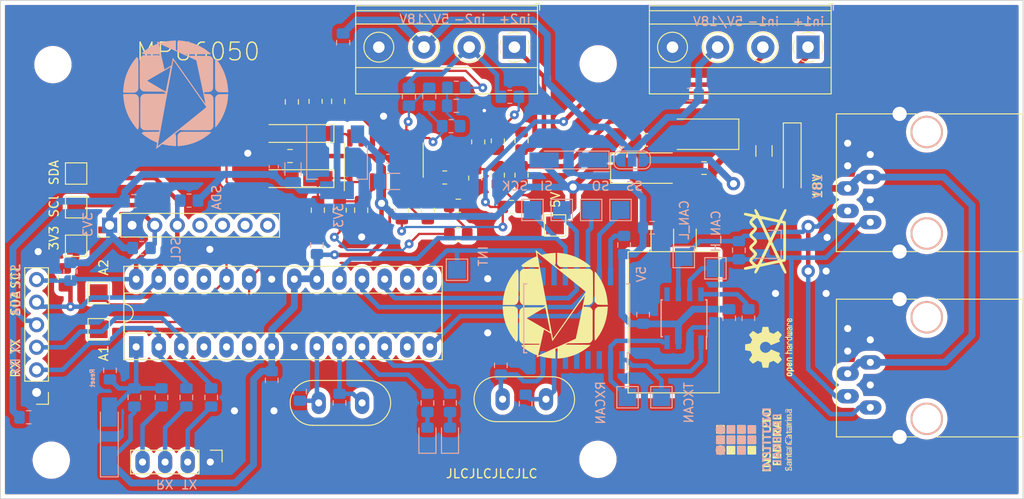
<source format=kicad_pcb>
(kicad_pcb (version 20211014) (generator pcbnew)
  (layers (0 "F.Cu" signal) (31 "B.Cu" signal) (34 "B.Paste" user) (35 "F.Paste" user) (36 "B.SilkS" user "B.Silkscreen") (37 "F.SilkS" user "F.Silkscreen") (38 "B.Mask" user) (39 "F.Mask" user) (44 "Edge.Cuts" user))
  (net 0 "")
  (net 1 "Net-(C4-Pad1)")
  (net 2 "GND")
  (net 3 "Net-(C5-Pad1)")
  (net 4 "Net-(C6-Pad1)")
  (net 5 "/MCU/analog2")
  (net 6 "Net-(C7-Pad1)")
  (net 7 "/MCU/analog1")
  (net 8 "Net-(C8-Pad1)")
  (net 9 "Net-(C9-Pad1)")
  (net 10 "Net-(C102-Pad1)")
  (net 11 "+3V3")
  (net 12 "+5V")
  (net 13 "Net-(C203-Pad1)")
  (net 14 "Net-(C204-Pad1)")
  (net 15 "Net-(C403-Pad1)")
  (net 16 "Net-(C404-Pad1)")
  (net 17 "/MCU/RESET")
  (net 18 "Net-(C405-Pad2)")
  (net 19 "/POWER SUPPLY/+18V_OUT")
  (net 20 "Net-(D101-Pad1)")
  (net 21 "/CANBUS CONN/CAN_H")
  (net 22 "/CANBUS CONN/CAN_L")
  (net 23 "Net-(D402-Pad2)")
  (net 24 "Net-(D403-Pad2)")
  (net 25 "Net-(D501-Pad1)")
  (net 26 "/CANBUS CONN/CAN_18V")
  (net 27 "/OPAMP/in2+")
  (net 28 "/OPAMP/in2-")
  (net 29 "/OPAMP/in1+")
  (net 30 "/OPAMP/in1-")
  (net 31 "/SCL")
  (net 32 "/SDA")
  (net 37 "/RX")
  (net 38 "/TX")
  (net 39 "Net-(J401-Pad2)")
  (net 40 "Net-(J401-Pad3)")
  (net 41 "Net-(R4-Pad2)")
  (net 42 "Net-(R43-Pad2)")
  (net 43 "Net-(R27-Pad1)")
  (net 44 "Net-(R28-Pad1)")
  (net 45 "Net-(R34-Pad2)")
  (net 46 "Net-(R35-Pad2)")
  (net 47 "Net-(R37-Pad2)")
  (net 48 "Net-(R38-Pad2)")
  (net 49 "Net-(R202-Pad1)")
  (net 50 "Net-(R203-Pad2)")
  (net 51 "/MCU/LED2")
  (net 52 "/MCU/LED1")
  (net 53 "/MOSI")
  (net 54 "/MISO")
  (net 55 "/CANBUS/TXCAN")
  (net 56 "/CANBUS/RXCAN")
  (net 57 "/MCU/MCP_SS")
  (net 58 "/SCK")
  (net 59 "/MCU/MCP_INT")
  (footprint "MountingHole:MountingHole_3.2mm_M3" (layer "F.Cu") (at 163.8046 79.952416)
    (fp_text reference "H103" hide)
    (fp_text value "MountingHole" hide)
  )
  (footprint "Resistor_SMD:R_0805_2012Metric_Pad1.20x1.40mm_HandSolder" (layer "F.Cu") (at 103.8352 103.9876 -90)
    (fp_text reference "R104" hide)
    (fp_text value "10k" hide)
  )
  (footprint "Capacitor_SMD:C_0805_2012Metric_Pad1.18x1.45mm_HandSolder" (layer "F.Cu") (at 132.285999 96.431801 90)
    (fp_text reference "C7" hide)
    (fp_text value "100n" hide)
  )
  (footprint "TestPoint:TestPoint_Pad_2.0x2.0mm" (layer "F.Cu") (at 105.1052 96.0996 -90)
    (fp_text reference "TP602" hide)
    (fp_text value "SCL" hide)
  )
  (footprint "Resistor_SMD:R_0805_2012Metric_Pad1.20x1.40mm_HandSolder" (layer "F.Cu") (at 149.982999 92.8116 -90)
    (fp_text reference "R44" hide)
    (fp_text value "1k" hide)
  )
  (footprint "Fuse:Fuse_1206_3216Metric_Pad1.42x1.75mm_HandSolder" (layer "F.Cu") (at 182.4482 89.7636 -90)
    (fp_text reference "F501" hide)
    (fp_text value "500mA" hide)
  )
  (footprint "Resistor_SMD:R_0805_2012Metric_Pad1.20x1.40mm_HandSolder" (layer "F.Cu") (at 148.077999 99.098801)
    (fp_text reference "R7" hide)
    (fp_text value "1k" hide)
  )
  (footprint "Capacitor_SMD:C_0805_2012Metric_Pad1.15x1.40mm_HandSolder" (layer "F.Cu") (at 169.1132 88.5161)
    (fp_text reference "C503" hide)
    (fp_text value "100nF" hide)
  )
  (footprint "TestPoint:TestPoint_Pad_2.0x2.0mm" (layer "F.Cu") (at 107.6452 105.7656 -90)
    (fp_text reference "TP211" hide)
    (fp_text value "~" hide)
  )
  (footprint "Crystal:Crystal_HC49-U_Vertical" (layer "F.Cu") (at 137.2602 118.1186 180)
    (fp_text reference "Y401" hide)
    (fp_text value "16MHz" hide)
  )
  (footprint "KicadZeniteSolarLibrary18:RJ45_YH59_01" (layer "F.Cu") (at 194.40619 118.643603 90)
    (fp_text reference "J602" hide)
    (fp_text value "RJ45" hide)
  )
  (footprint "TestPoint:TestPoint_Pad_2.0x2.0mm" (layer "F.Cu") (at 107.6452 109.8296 -90)
    (fp_text reference "TP210" hide)
    (fp_text value "~" hide)
  )
  (footprint "TerminalBlock_Phoenix:TerminalBlock_Phoenix_MKDS-1,5-4-5.08_1x04_P5.08mm_Horizontal" (layer "F.Cu") (at 187.4012 78.0796 180)
    (fp_text reference "J102" hide)
    (fp_text value "SENSOR" hide)
  )
  (footprint "Capacitor_SMD:C_0805_2012Metric_Pad1.18x1.45mm_HandSolder" (layer "F.Cu") (at 148.077999 95.923801)
    (fp_text reference "C5" hide)
    (fp_text value "100n" hide)
  )
  (footprint "TerminalBlock_Phoenix:TerminalBlock_Phoenix_MKDS-1,5-4-5.08_1x04_P5.08mm_Horizontal" (layer "F.Cu") (at 154.3812 78.0796 180)
    (fp_text reference "J101" hide)
    (fp_text value "SENSOR" hide)
  )
  (footprint "Symbol:OSHW-Logo2_7.3x6mm_SilkScreen" (layer "F.Cu") (at 183.0832 111.8616 90)
    (fp_text reference "LOGO101" hide)
    (fp_text value "Logo_Open_Hardware_Small" hide)
  )
  (footprint "MountingHole:MountingHole_3.2mm_M3" (layer "F.Cu") (at 102.499599 80.045416)
    (fp_text reference "H104" hide)
    (fp_text value "MountingHole" hide)
  )
  (footprint "Connector_PinHeader_2.54mm:PinHeader_1x04_P2.54mm_Vertical" (layer "F.Cu") (at 120.1914 124.7734 -90)
    (fp_text reference "J401" hide)
    (fp_text value "USART" hide)
  )
  (footprint "Diode_SMD:D_MiniMELF_Handsoldering" (layer "F.Cu") (at 129.535999 87.795801 180)
    (fp_text reference "D2" hide)
    (fp_text value "4V7" hide)
  )
  (footprint "Resistor_SMD:R_0805_2012Metric_Pad1.20x1.40mm_HandSolder" (layer "F.Cu") (at 132.0292 84.1756 90)
    (fp_text reference "R8" hide)
    (fp_text value "1k" hide)
  )
  (footprint "KicadZeniteSolarLibrary18:RJ45_YH59_01" (layer "F.Cu") (at 194.402202 97.788603 90)
    (fp_text reference "J601" hide)
    (fp_text value "RJ45" hide)
  )
  (footprint "Resistor_SMD:R_0805_2012Metric_Pad1.20x1.40mm_HandSolder" (layer "F.Cu") (at 146.553999 92.748801 180)
    (fp_text reference "R5" hide)
    (fp_text value "1k" hide)
  )
  (footprint "Package_DIP:DIP-28_W7.62mm_Socket_LongPads" (layer "F.Cu") (at 111.8552 111.8136 90)
    (fp_text reference "U302" hide)
    (fp_text value "~" hide)
  )
  (footprint "Connector_PinHeader_2.54mm:PinHeader_1x08_P2.54mm_Vertical" (layer "F.Cu") (at 108.8644 98.1202 90)
    (fp_text reference "J103" hide)
    (fp_text value "Conn_01x08" hide)
  )
  (footprint "Crystal:Crystal_HC49-U_Vertical" (layer "F.Cu") (at 157.9372 117.7036 180)
    (fp_text reference "Y201" hide)
    (fp_text value "16MHz" hide)
  )
  (footprint "Resistor_SMD:R_0805_2012Metric_Pad1.20x1.40mm_HandSolder" (layer "F.Cu") (at 141.727999 96.431801 90)
    (fp_text reference "R34" hide)
    (fp_text value "1k" hide)
  )
  (footprint "Diode_SMD:D_MiniMELF_Handsoldering" (layer "F.Cu") (at 129.535999 92.875801 180)
    (fp_text reference "D3" hide)
    (fp_text value "4V7" hide)
  )
  (footprint "Capacitor_Tantalum_SMD:CP_EIA-6032-20_AVX-F_Pad2.25x2.35mm_HandSolder" (layer "F.Cu") (at 175.6832 87.8811 180)
    (fp_text reference "C501" hide)
    (fp_text value "1uF" hide)
  )
  (footprint "KicadZeniteSolarLibrary18:symbol_logoZenite" (layer "F.Cu") (at 158.9532 107.0356 90)
    (fp_text reference "SYM101" hide)
    (fp_text value "SYM_Radioactive_Radiation_Small" hide)
  )
  (footprint "Capacitor_SMD:C_0805_2012Metric_Pad1.18x1.45mm_HandSolder" (layer "F.Cu") (at 129.154999 90.335801 180)
    (fp_text reference "C374" hide)
    (fp_text value "100n" hide)
  )
  (footprint "MountingHole:MountingHole_3.2mm_M3" (layer "F.Cu") (at 102.3112 124.5616)
    (fp_text reference "H101" hide)
    (fp_text value "MountingHole" hide)
  )
  (footprint "TestPoint:TestPoint_Pad_2.0x2.0mm" (layer "F.Cu") (at 105.1052 100.4316)
    (fp_text reference "TP102" hide)
    (fp_text value "3V3" hide)
  )
  (footprint "Connector_PinHeader_2.54mm:PinHeader_1x06_P2.54mm_Vertical" (layer "F.Cu") (at 100.6602 116.9416 180)
    (fp_text reference "J104" hide)
    (fp_text value "Conn_01x06" hide)
  )
  (footprint "Resistor_SMD:R_0805_2012Metric_Pad1.20x1.40mm_HandSolder" (layer "F.Cu") (at 152.522999 88.6206 -90)
    (fp_text reference "R38" hide)
    (fp_text value "1k" hide)
  )
  (footprint "Capacitor_SMD:C_0805_2012Metric_Pad1.18x1.45mm_HandSolder" (layer "F.Cu") (at 137.155999 96.431801 -90)
    (fp_text reference "C9" hide)
    (fp_text value "100n" hide)
  )
  (footprint "Resistor_SMD:R_0805_2012Metric_Pad1.20x1.40mm_HandSolder" (layer "F.Cu") (at 155.189999 88.6206 -90)
    (fp_text reference "R28" hide)
    (fp_text value "1k" hide)
  )
  (footprint "Capacitor_SMD:C_0805_2012Metric_Pad1.18x1.45mm_HandSolder" (layer "F.Cu") (at 129.3622 84.239811 -90)
    (fp_text reference "C6" hide)
    (fp_text value "100n" hide)
  )
  (footprint "Resistor_SMD:R_0805_2012Metric_Pad1.20x1.40mm_HandSolder" (layer "F.Cu") (at 144.648999 96.431801 90)
    (fp_text reference "R43" hide)
    (fp_text value "1k" hide)
  )
  (footprint "Resistor_SMD:R_0805_2012Metric_Pad1.20x1.40mm_HandSolder" (layer "F.Cu") (at 134.742999 96.431801 -90)
    (fp_text reference "R9" hide)
    (fp_text value "1k" hide)
  )
  (footprint "TestPoint:TestPoint_Pad_2.0x2.0mm" (layer "F.Cu") (at 158.9532 98.1456)
    (fp_text reference "TP101" hide)
    (fp_text value "5V" hide)
  )
  (footprint "TestPoint:TestPoint_Pad_2.0x2.0mm" (layer "F.Cu") (at 105.1052 92.3036 -90)
    (fp_text reference "TP601" hide)
    (fp_text value "SDA" hide)
  )
  (footprint "Resistor_SMD:R_0805_2012Metric_Pad1.20x1.40mm_HandSolder" (layer "F.Cu") (at 155.189999 92.478802 90)
    (fp_text reference "R27" hide)
    (fp_text value "1k" hide)
  )
  (footprint "Capacitor_SMD:C_0805_2012Metric_Pad1.18x1.45mm_HandSolder" (layer "F.Cu") (at 134.5692 84.1756 90)
    (fp_text reference "C8" hide)
    (fp_text value "100n" hide)
  )
  (footprint "Capacitor_Tantalum_SMD:CP_EIA-6032-20_AVX-F_Pad2.25x2.35mm_HandSolder" (layer "F.Cu") (at 169.1382 91.6911)
    (fp_text reference "C504" hide)
    (fp_text value "1uF" hide)
  )
  (footprint "Capacitor_SMD:C_0805_2012Metric_Pad1.15x1.40mm_HandSolder" (layer "F.Cu") (at 175.7082 91.6911 180)
    (fp_text reference "C502" hide)
    (fp_text value "100nF" hide)
  )
  (footprint "MountingHole:MountingHole_3.2mm_M3" (layer "F.Cu") (at 163.7792 124.4686)
    (fp_text reference "H102" hide)
    (fp_text value "MountingHole" hide)
  )
  (footprint "KicadZeniteSolarLibrary18:synbol_logoifsc" (layer "F.Cu") (at 181.3052 122.2756 90)
    (fp_text reference "SYM104" hide)
    (fp_text value "SYM_LASER_Small" hide)
  )
  (footprint "Resistor_SMD:R_0805_2012Metric_Pad1.20x1.40mm_HandSolder" (layer "F.Cu") (at 152.522999 92.478802 90)
    (fp_text reference "R35" hide)
    (fp_text value "1k" hide)
  )
  (footprint "KicadZeniteSolarLibrary18:symbol_naolavar" (layer "F.Cu") (at 182.5752 99.9236 90)
    (fp_text reference "SYM103" hide)
    (fp_text value "SYM_Radioactive_Radiation_Small" hide)
  )
  (footprint "KicadZeniteSolarLibrary18:TO-220-3_Horizontal_TabDown_SMD" (layer "F.Cu") (at 174.8282 97.4061 180)
    (fp_text reference "U501" hide)
    (fp_text value "LM7805" hide)
  )
  (footprint "Package_SO:SOIC-14_3.9x8.7mm_P1.27mm" (layer "F.Cu") (at 139.695999 90.7796 90)
    (fp_text reference "U301" hide)
    (fp_text value "LM324" hide)
  )
  (footprint "Resistor_SMD:R_0805_2012Metric_Pad1.20x1.40mm_HandSolder" (layer "F.Cu") (at 150.3172 88.7476 90)
    (fp_text reference "R46" hide)
    (fp_text value "1k" hide)
  )
  (footprint "Diode_SMD:D_MiniMELF_Handsoldering" (layer "F.Cu") (at 185.6232 91.1606 -90)
    (fp_text reference "D501" hide)
    (fp_text value "LL4148" hide)
  )
  (footprint "Resistor_SMD:R_0805_2012Metric_Pad1.20x1.40mm_HandSolder" (layer "F.Cu") (at 154.0764 96.0628)
    (fp_text reference "R30" hide)
    (fp_text value "1k" hide)
  )
  (footprint "TestPoint:TestPoint_Pad_2.0x2.0mm" (layer "B.Cu") (at 166.3192 96.4016)
    (fp_text reference "TP205" hide)
    (fp_text value "SC" hide)
  )
  (footprint "Resistor_SMD:R_0805_2012Metric_Pad1.15x1.40mm_HandSolder" (layer "B.Cu") (at 147.145544 118.1186 -90)
    (fp_text reference "R404" hide)
    (fp_text value "1k" hide)
  )
  (footprint "Capacitor_SMD:C_0805_2012Metric_Pad1.18x1.45mm_HandSolder" (layer "B.Cu") (at 99.7712 119.7356)
    (fp_text reference "C104" hide)
    (fp_text value "100nF" hide)
  )
  (footprint "Resistor_SMD:R_0805_2012Metric_Pad1.20x1.40mm_HandSolder" (layer "B.Cu") (at 142.523401 83.6676 -90)
    (fp_text reference "R37" hide)
    (fp_text value "1k" hide)
  )
  (footprint "Resistor_SMD:R_0805_2012Metric_Pad1.20x1.40mm_HandSolder" (layer "B.Cu") (at 117.8052 95.3516 180)
    (fp_text reference "R102" hide)
    (fp_text value "10k" hide)
  )
  (footprint "Capacitor_SMD:C_0805_2012Metric_Pad1.15x1.40mm_HandSolder" (layer "B.Cu") (at 152.8572 113.8936 90)
    (fp_text reference "C204" hide)
    (fp_text value "22pF" hide)
  )
  (footprint "Package_SO:SOIC-18W_7.5x11.6mm_P1.27mm" (layer "B.Cu") (at 161.3902 108.5936 90)
    (fp_text reference "U202" hide)
    (fp_text value "MCP2515-xSO" hide)
  )
  (footprint "Resistor_SMD:R_0805_2012Metric_Pad1.20x1.40mm_HandSolder" (layer "B.Cu") (at 144.809401 83.6676 -90)
    (fp_text reference "R45" hide)
    (fp_text value "1k" hide)
  )
  (footprint "Resistor_SMD:R_0805_2012Metric_Pad1.15x1.40mm_HandSolder" (layer "B.Cu") (at 111.6584 117.5004 90)
    (fp_text reference "R401" hide)
    (fp_text value "10k" hide)
  )
  (footprint "Package_TO_SOT_SMD:SOT-23_Handsoldering" (layer "B.Cu") (at 183.6242 100.2726)
    (fp_text reference "D201" hide)
    (fp_text value "D_TVS_Dual_AAC" hide)
  )
  (footprint "Resistor_SMD:R_0805_2012Metric_Pad1.15x1.40mm_HandSolder" (layer "B.Cu") (at 120.2944 117.5004 -90)
    (fp_text reference "R403" hide)
    (fp_text value "1k" hide)
  )
  (footprint "TestPoint:TestPoint_Pad_2.0x2.0mm" (layer "B.Cu") (at 156.4132 96.4016)
    (fp_text reference "TP206" hide)
    (fp_text value "SCK" hide)
  )
  (footprint "Capacitor_SMD:C_0805_2012Metric_Pad1.18x1.45mm_HandSolder" (layer "B.Cu") (at 135.128 77.5716 -90)
    (fp_text reference "C101" hide)
    (fp_text value "100nF" hide)
  )
  (footprint "TestPoint:TestPoint_Pad_2.0x2.0mm" (layer "B.Cu") (at 163.0172 96.4016)
    (fp_text reference "TP202" hide)
    (fp_text value "SO" hide)
  )
  (footprint "TestPoint:TestPoint_Pad_2.0x2.0mm" (layer "B.Cu") (at 170.9152 117.4836)
    (fp_text reference "TP203" hide)
    (fp_text value "TXCAN" hide)
  )
  (footprint "Resistor_SMD:R_0805_2012Metric_Pad1.20x1.40mm_HandSolder" (layer "B.Cu") (at 112.4712 100.6856)
    (fp_text reference "R101" hide)
    (fp_text value "10k" hide)
  )
  (footprint "Capacitor_SMD:C_0805_2012Metric_Pad1.15x1.40mm_HandSolder" (layer "B.Cu") (at 114.7064 117.5004 -90)
    (fp_text reference "C405" hide)
    (fp_text value "100nF" hide)
  )
  (footprint "Capacitor_SMD:C_0805_2012Metric_Pad1.15x1.40mm_HandSolder" (layer "B.Cu") (at 108.9152 114.4524 -90)
    (fp_text reference "C406" hide)
    (fp_text value "100nF" hide)
  )
  (footprint "Capacitor_SMD:C_0805_2012Metric_Pad1.15x1.40mm_HandSolder" (layer "B.Cu") (at 174.0916 83.4136 180)
    (fp_text reference "C102" hide)
    (fp_text value "100nF" hide)
  )
  (footprint "Diode_SMD:D_MiniMELF_Handsoldering" (layer "B.Cu") (at 108.839 121.8946 90)
    (fp_text reference "D401" hide)
    (fp_text value "LL4148" hide)
  )
  (footprint "Jumper:SolderJumper-3_P1.3mm_Open_RoundedPad1.0x1.5mm" (layer "B.Cu") (at 167.6192 90.7796)
    (fp_text reference "JP101" hide)
    (fp_text value "jmp" hide)
  )
  (footprint "Capacitor_SMD:C_0805_2012Metric_Pad1.15x1.40mm_HandSolder" (layer "B.Cu") (at 134.7202 118.1186 -90)
    (fp_text reference "C403" hide)
    (fp_text value "22pF" hide)
  )
  (footprint "Capacitor_SMD:C_0805_2012Metric_Pad1.15x1.40mm_HandSolder" (layer "B.Cu") (at 132.1802 100.3386 90)
    (fp_text reference "C401" hide)
    (fp_text value "100nF" hide)
  )
  (footprint "Resistor_SMD:R_0805_2012Metric_Pad1.15x1.40mm_HandSolder" (layer "B.Cu") (at 179.6242 100.9396 -90)
    (fp_text reference "R201" hide)
    (fp_text value "120" hide)
  )
  (footprint "Capacitor_SMD:C_0805_2012Metric_Pad1.15x1.40mm_HandSolder" (layer "B.Cu") (at 127.1002 115.5786 90)
    (fp_text reference "C402" hide)
    (fp_text value "100nF" hide)
  )
  (footprint "Capacitor_SMD:C_1206_3216Metric_Pad1.33x1.80mm_HandSolder" (layer "B.Cu") (at 129.4892 91.7956 -90)
    (fp_text reference "C410" hide)
    (fp_text value "1u" hide)
  )
  (footprint "Capacitor_SMD:C_0805_2012Metric_Pad1.15x1.40mm_HandSolder" (layer "B.Cu") (at 178.5352 108.5936 -90)
    (fp_text reference "C205" hide)
    (fp_text value "100nF" hide)
  )
  (footprint "TestPoint:TestPoint_Pad_2.0x2.0mm" (layer "B.Cu") (at 173.4312 101.7016)
    (fp_text reference "TP208" hide)
    (fp_text value "CAN_L" hide)
  )
  (footprint "Capacitor_SMD:C_1206_3216Metric_Pad1.33x1.80mm_HandSolder" (layer "B.Cu") (at 140.7922 93.1926 180)
    (fp_text reference "C407" hide)
    (fp_text value "1u" hide)
  )
  (footprint "Capacitor_SMD:C_0805_2012Metric_Pad1.18x1.45mm_HandSolder" (layer "B.Cu") (at 147.857401 84.6836)
    (fp_text reference "C4" hide)
    (fp_text value "100n" hide)
  )
  (footprint "Package_TO_SOT_SMD:SOT-223-3_TabPin2" (layer "B.Cu") (at 134.4422 91.0336 -90)
    (fp_text reference "U401" hide)
    (fp_text value "AMS1117-3.3" hide)
  )
  (footprint "LED_SMD:LED_0805_2012Metric_Pad1.15x1.40mm_HandSolder" (layer "B.Cu") (at 147.145544 121.9286 90)
    (fp_text reference "D402" hide)
    (fp_text value "LED2" hide)
  )
  (footprint "Resistor_SMD:R_0805_2012Metric_Pad1.20x1.40mm_HandSolder" (layer "B.Cu") (at 147.857401 82.6516 180)
    (fp_text reference "R6" hide)
    (fp_text value "1k" hide)
  )
  (footprint "Diode_SMD:D_MiniMELF_Handsoldering" (layer "B.Cu") (at 160.4772 90.7796 180)
    (fp_text reference "D101" hide)
    (fp_text value "LL4148" hide)
  )
  (footprint "Resistor_SMD:R_0805_2012Metric_Pad1.20x1.40mm_HandSolder" (layer "B.Cu") (at 147.2692 86.9696 180)
    (fp_text reference "R4" hide)
    (fp_text value "1k" hide)
  )
  (footprint "TestPoint:TestPoint_Pad_2.0x2.0mm" (layer "B.Cu") (at 159.7152 96.4016)
    (fp_text reference "TP201" hide)
    (fp_text value "SI" hide)
  )
  (footprint "LED_SMD:LED_0805_2012Metric_Pad1.15x1.40mm_HandSolder" (layer "B.Cu") (at 144.605544 121.9286 90)
    (fp_text reference "D403" hide)
    (fp_text value "LED1" hide)
  )
  (footprint "Capacitor_SMD:C_0603_1608Metric_Pad1.08x0.95mm_HandSolder" (layer "B.Cu") (at 140.1572 90.6526 180)
    (fp_text reference "C408" hide)
    (fp_text value "100n" hide)
  )
  (footprint "Capacitor_SMD:C_0805_2012Metric_Pad1.15x1.40mm_HandSolder" (layer "B.Cu") (at 168.8592 108.1786 90)
    (fp_text reference "C201" hide)
    (fp_text value "100nF" hide)
  )
  (footprint "Capacitor_SMD:C_0603_1608Metric_Pad1.08x0.95mm_HandSolder" (layer "B.Cu") (at 127.3302 91.5416 -90)
    (fp_text reference "C409" hide)
    (fp_text value "100n" hide)
  )
  (footprint "KicadZeniteSolarLibrary18:symbol_logoZenite" (layer "B.Cu") (at 116.2812 83.4136 -90)
    (fp_text reference "SYM102" hide)
    (fp_text value "SYM_Radioactive_Radiation_Small" hide)
  )
  (footprint "Capacitor_SMD:C_0805_2012Metric_Pad1.18x1.45mm_HandSolder" (layer "B.Cu") (at 111.6052 95.4136)
    (fp_text reference "C103" hide)
    (fp_text value "100nF" hide)
  )
  (footprint "Capacitor_SMD:C_0805_2012Metric_Pad1.15x1.40mm_HandSolder" (layer "B.Cu") (at 155.6512 118.2116 -90)
    (fp_text reference "C203" hide)
    (fp_text value "22pF" hide)
  )
  (footprint "Resistor_SMD:R_0805_2012Metric_Pad1.15x1.40mm_HandSolder" (layer "B.Cu") (at 117.5004 117.5004 -90)
    (fp_text reference "R402" hide)
    (fp_text value "1k" hide)
  )
  (footprint "Resistor_SMD:R_0805_2012Metric_Pad1.15x1.40mm_HandSolder" (layer "B.Cu") (at 180.6942 108.5936 -90)
    (fp_text reference "R202" hide)
    (fp_text value "4k7" hide)
  )
  (footprint "Resistor_SMD:R_0805_2012Metric_Pad1.15x1.40mm_HandSolder" (layer "B.Cu") (at 166.7242 100.3476 90)
    (fp_text reference "R203" hide)
    (fp_text value "10k" hide)
  )
  (footprint "Package_SO:SOIC-8_3.9x4.9mm_P1.27mm" (layer "B.Cu") (at 173.4552 108.5936 90)
    (fp_text reference "U201" hide)
    (fp_text value "MCP2551-I/SN" hide)
  )
  (footprint "Capacitor_SMD:C_0805_2012Metric_Pad1.15x1.40mm_HandSolder" (layer "B.Cu") (at 169.8752 98.3996)
    (fp_text reference "C202" hide)
    (fp_text value "100nF" hide)
  )
  (footprint "TestPoint:TestPoint_Pad_2.0x2.0mm" (layer "B.Cu") (at 167.1052 117.4836)
    (fp_text reference "TP204" hide)
    (fp_text value "RXCAN" hide)
  )
  (footprint "Resistor_SMD:R_0805_2012Metric_Pad1.20x1.40mm_HandSolder" (layer "B.Cu") (at 104.4702 103.3526 -90)
    (fp_text reference "R103" hide)
    (fp_text value "10k" hide)
  )
  (footprint "Capacitor_SMD:C_0805_2012Metric_Pad1.15x1.40mm_HandSolder" (layer "B.Cu") (at 130.2752 116.8486 90)
    (fp_text reference "C404" hide)
    (fp_text value "22pF" hide)
  )
  (footprint "KicadZeniteSolarLibrary18:synbol_logoifsc" (layer "B.Cu") (at 181.3052 122.2756 -90)
    (fp_text reference "SYM105" hide)
    (fp_text value "SYM_LASER_Small" hide)
  )
  (footprint "Resistor_SMD:R_0805_2012Metric_Pad1.20x1.40mm_HandSolder" (layer "B.Cu") (at 153.8732 83.6676)
    (fp_text reference "R32" hide)
    (fp_text value "1k" hide)
  )
  (footprint "TestPoint:TestPoint_Pad_2.0x2.0mm" (layer "B.Cu") (at 147.9282 103.1326)
    (fp_text reference "TP209" hide)
    (fp_text value "INT" hide)
  )
  (footprint "Resistor_SMD:R_0805_2012Metric_Pad1.15x1.40mm_HandSolder" (layer "B.Cu") (at 144.605544 118.1186 -90)
    (fp_text reference "R405" hide)
    (fp_text value "1k" hide)
  )
  (footprint "TestPoint:TestPoint_Pad_2.0x2.0mm" (layer "B.Cu") (at 176.9872 102.9716)
    (fp_text reference "TP207" hide)
    (fp_text value "CAN_H" hide)
  )
  (gr_poly (pts (xy 211.582 128.905) (xy 96.5962 128.905) (xy 96.5962 72.8218) (xy 211.582 72.8218)) (layer "Edge.Cuts") (width 0.1) (fill none))
  (gr_text "SDA" (at 98.298 106.934 -270) (layer "B.SilkS") (effects (font (size 1 1)) (justify mirror)))
  (gr_text "SCL" (at 98.298 103.886 -270) (layer "B.SilkS") (effects (font (size 1 1)) (justify mirror)))
  (gr_text "3V3" (at 134.62 97.028 -270) (layer "B.SilkS") (effects (font (size 1 1)) (justify mirror)))
  (gr_text "CAN_H" (at 177.038 98.806 -270) (layer "B.SilkS") (effects (font (size 1 1)) (justify mirror)))
  (gr_text "in2-" (at 149.352 74.93) (layer "B.SilkS") (effects (font (size 1 1)) (justify mirror)))
  (gr_text "SCK" (at 154.432 93.712435) (layer "B.SilkS") (effects (font (size 1 1)) (justify mirror)))
  (gr_text "in1-" (at 182.372 75.184) (layer "B.SilkS") (effects (font (size 1 1)) (justify mirror)))
  (gr_text "5V/18V" (at 177.292 75.184) (layer "B.SilkS") (effects (font (size 1 1)) (justify mirror)))
  (gr_text "TXCAN" (at 173.99 118.11 -270) (layer "B.SilkS") (effects (font (size 1 1)) (justify mirror)))
  (gr_text "SS" (at 167.878207 93.726) (layer "B.SilkS") (effects (font (size 1 1)) (justify mirror)))
  (gr_text "5V/18V" (at 144.272 74.93) (layer "B.SilkS") (effects (font (size 1 1)) (justify mirror)))
  (gr_text "INT" (at 150.876 101.6 -270) (layer "B.SilkS") (effects (font (size 1 1)) (justify mirror)))
  (gr_text "RX" (at 115.062 127.254 -180) (layer "B.SilkS") (effects (font (size 1 1)) (justify mirror)))
  (gr_text "TX" (at 98.319926 111.76 -270) (layer "B.SilkS") (effects (font (size 1 1)) (justify mirror)))
  (gr_text "in2+" (at 154.432 74.93) (layer "B.SilkS") (effects (font (size 1 1)) (justify mirror)))
  (gr_text "RXCAN" (at 164.07434 118.100524 -270) (layer "B.SilkS") (effects (font (size 1 1)) (justify mirror)))
  (gr_text "5V" (at 168.656 103.632 -270) (layer "B.SilkS") (effects (font (size 1 1)) (justify mirror)))
  (gr_text "in1+" (at 187.452 75.184) (layer "B.SilkS") (effects (font (size 1 1)) (justify mirror)))
  (gr_text "TX" (at 117.856 127.254 -180) (layer "B.SilkS") (effects (font (size 1 1)) (justify mirror)))
  (gr_text "3V3" (at 106.426 98.044 -270) (layer "B.SilkS") (effects (font (size 1 1)) (justify mirror)))
  (gr_text "CAN_L" (at 173.482 97.536 -270) (layer "B.SilkS") (effects (font (size 1 1)) (justify mirror)))
  (gr_text "18V" (at 188.468 93.726 -270) (layer "B.SilkS") (effects (font (size 1 1)) (justify mirror)))
  (gr_text "SDA" (at 120.904 94.996 -270) (layer "B.SilkS") (effects (font (size 1 1)) (justify mirror)))
  (gr_text "RX" (at 98.298 114.046 -270) (layer "B.SilkS") (effects (font (size 1 1)) (justify mirror)))
  (gr_text "SI" (at 157.988 93.726) (layer "B.SilkS") (effects (font (size 1 1)) (justify mirror)))
  (gr_text "SCL" (at 116.332 100.838 -270) (layer "B.SilkS") (effects (font (size 1 1)) (justify mirror)))
  (gr_text "Reset" (at 106.934 115.316 -270) (layer "B.SilkS") (effects (font (size 0.5 0.5) (thickness 0.125)) (justify mirror)))
  (gr_text "SO" (at 164.084 93.726) (layer "B.SilkS") (effects (font (size 1 1)) (justify mirror)))
  (gr_text "RX" (at 98.298 114.3 90) (layer "F.SilkS") (effects (font (size 1 1))))
  (gr_text "18V" (at 188.468 93.726 -270) (layer "F.SilkS") (effects (font (size 1 1))))
  (gr_text "JLCJLCJLCJLC" (at 151.8412 126.0856) (layer "F.SilkS") (effects (font (size 1 1))))
  (gr_text "A1" (at 108.204 112.522 -270) (layer "F.SilkS") (effects (font (size 1 1))))
  (gr_text "MPU6050" (at 118.8212 78.5876) (layer "F.SilkS") (effects (font (size 2 2))))
  (gr_text "SDA" (at 102.616 92.202 -270) (layer "F.SilkS") (effects (font (size 1 1))))
  (gr_text "TX" (at 98.298 111.76 90) (layer "F.SilkS") (effects (font (size 1 1))))
  (gr_text "5V" (at 159.004 95.25 -270) (layer "F.SilkS") (effects (font (size 1 1))))
  (gr_text "SCl" (at 102.616 96.012 -270) (layer "F.SilkS") (effects (font (size 1 1))))
  (gr_text "A2" (at 108.204 102.87 -270) (layer "F.SilkS") (effects (font (size 1 1))))
  (gr_text "SDA" (at 98.298 106.934 90) (layer "F.SilkS") (effects (font (size 1 1))))
  (gr_text "3V3" (at 102.616 99.568 -270) (layer "F.SilkS") (effects (font (size 1 1))))
  (gr_text "SCL" (at 98.298 103.886 90) (layer "F.SilkS") (effects (font (size 1 1))))
  (segment (start 146.819901 82.6891) (end 146.857401 82.6516) (width 0.254) (layer "B.Cu") (net 1))
  (segment (start 146.819901 84.6836) (end 146.819901 85.520301) (width 0.254) (layer "B.Cu") (net 1))
  (segment (start 146.819901 85.520301) (end 148.2692 86.9696) (width 0.254) (layer "B.Cu") (net 1))
  (segment (start 146.819901 84.6836) (end 146.819901 82.6891) (width 0.254) (layer "B.Cu") (net 1))
  (segment (start 151.384 104.14) (end 151.384 110.236) (width 0.508) (layer "F.Cu") (net 2))
  (segment (start 136.9607 83.1381) (end 139.6746 85.852) (width 0.508) (layer "F.Cu") (net 2))
  (segment (start 172.2882 96.1361) (end 172.2882 92.2911) (width 0.508) (layer "F.Cu") (net 2))
  (segment (start 139.695999 88.3046) (end 139.695999 85.873399) (width 0.508) (layer "F.Cu") (net 2))
  (segment (start 172.2882 92.2911) (end 171.6882 91.6911) (width 0.508) (layer "F.Cu") (net 2))
  (segment (start 134.5692 83.1381) (end 136.9607 83.1381) (width 0.508) (layer "F.Cu") (net 2))
  (segment (start 189.547554 103.171747) (end 189.434909 103.284392) (width 0.508) (layer "F.Cu") (net 2))
  (segment (start 139.695999 85.873399) (end 139.6746 85.852) (width 0.508) (layer "F.Cu") (net 2))
  (segment (start 122.9092 119.0076) (end 127.3542 119.0076) (width 0.508) (layer "F.Cu") (net 2))
  (via (at 137.214347 99.443415) (size 1.5) (drill 0.8) (layers "F.Cu" "B.Cu") (net 2))
  (via (at 120.142 100.838) (size 1.5) (drill 0.8) (layers "F.Cu" "B.Cu") (net 2))
  (via (at 151.003 85.217) (size 1) (drill 0.4) (layers "F.Cu" "B.Cu") (net 2))
  (via (at 139.6746 85.852) (size 1.5) (drill 0.8) (layers "F.Cu" "B.Cu") (net 2))
  (via (at 189.434909 103.284392) (size 1.5) (drill 0.8) (layers "F.Cu" "B.Cu") (net 2))
  (via (at 151.384 104.14) (size 1.5) (drill 0.8) (layers "F.Cu" "B.Cu") (net 2))
  (via (at 151.384 110.236) (size 1.5) (drill 0.8) (layers "F.Cu" "B.Cu") (net 2))
  (via (at 124.4092 90.0176) (size 1.5) (drill 0.8) (layers "F.Cu" "B.Cu") (net 2))
  (via (at 189.547554 99.495954) (size 1.5) (drill 0.8) (layers "F.Cu" "B.Cu") (net 2))
  (via (at 189.434909 105.7996) (size 1.5) (drill 0.8) (layers "F.Cu" "B.Cu") (net 2))
  (via (at 100.838 101.092) (size 1.5) (drill 0.8) (layers "F.Cu" "B.Cu") (net 2))
  (via (at 127.3542 119.0076) (size 1.5) (drill 0.8) (layers "F.Cu" "B.Cu") (net 2))
  (via (at 183.7422 105.7996) (size 1.5) (drill 0.8) (layers "F.Cu" "B.Cu") (net 2))
  (via (at 122.9092 119.0076) (size 1.5) (drill 0.8) (layers "F.Cu" "B.Cu") (net 2))
  (segment (start 189.547554 99.495954) (end 188.770908 100.2726) (width 0.508) (layer "B.Cu") (net 2))
  (segment (start 188.770908 100.2726) (end 185.1242 100.2726) (width 0.508) (layer "B.Cu") (net 2))
  (segment (start 130.2752 115.8236) (end 129.085201 115.8236) (width 0.508) (layer "B.Cu") (net 2))
  (segment (start 173.0666 83.4136) (end 173.0158 83.3628) (width 0.762) (layer "B.Cu") (net 2))
  (segment (start 128.81319 115.224611) (end 128.840201 115.1976) (width 0.508) (layer "B.Cu") (net 2))
  (segment (start 129.085201 115.8236) (end 128.840201 115.5786) (width 0.508) (layer "B.Cu") (net 2))
  (segment (start 173.0158 79.954146) (end 172.157254 79.0956) (width 0.762) (layer "B.Cu") (net 2))
  (segment (start 174.4822 109.6186) (end 174.0902 110.0106) (width 0.508) (layer "B.Cu") (net 2))
  (segment (start 174.0902 110.0106) (end 174.0902 110.3716) (width 0.508) (layer "B.Cu") (net 2))
  (segment (start 129.6402 114.397601) (end 129.6402 111.7686) (width 0.508) (layer "B.Cu") (net 2))
  (segment (start 133.8402 120.0236) (end 130.2752 120.0236) (width 0.508) (layer "B.Cu") (net 2))
  (segment (start 132.1802 99.3136) (end 129.6402 99.3136) (width 0.508) (layer "B.Cu") (net 2))
  (segment (start 180.4402 109.6186) (end 178.5352 109.6186) (width 0.508) (layer "B.Cu") (net 2))
  (segment (start 178.5352 109.6186) (end 174.4822 109.6186) (width 0.508) (layer "B.Cu") (net 2))
  (segment (start 128.81319 118.617792) (end 128.81319 115.224611) (width 0.508) (layer "B.Cu") (net 2))
  (segment (start 135.128 78.6091) (end 138.6547 78.6091) (width 0.762) (layer "B.Cu") (net 2))
  (segment (start 129.6402 99.3136) (end 127.1002 101.8536) (width 0.508) (layer "B.Cu") (net 2))
  (segment (start 135.128 78.6091) (end 138.6117 78.6091) (width 0.762) (layer "B.Cu") (net 2))
  (segment (start 134.7202 119.1436) (end 133.8402 120.0236) (width 0.508) (layer "B.Cu") (net 2))
  (segment (start 189.323117 103.1726) (end 189.434909 103.284392) (width 0.508) (layer "B.Cu") (net 2))
  (segment (start 128.840201 115.5786) (end 128.840201 115.1976) (width 0.508) (layer "B.Cu") (net 2))
  (segment (start 174.0902 110.3716) (end 174.0902 111.2936) (width 0.508) (layer "B.Cu") (net 2))
  (segment (start 130.218998 120.0236) (end 128.81319 118.617792) (width 0.508) (layer "B.Cu") (net 2))
  (segment (start 173.0158 83.3628) (end 173.0158 79.954146) (width 0.762) (layer "B.Cu") (net 2))
  (segment (start 130.2752 120.0236) (end 130.218998 120.0236) (width 0.508) (layer "B.Cu") (net 2))
  (segment (start 127.1002 101.8536) (end 127.1002 104.1486) (width 0.508) (layer "B.Cu") (net 2))
  (segment (start 128.840201 115.1976) (end 129.6402 114.397601) (width 0.508) (layer "B.Cu") (net 2))
  (segment (start 147.040499 95.923801) (end 147.040499 93.262301) (width 0.254) (layer "F.Cu") (net 3))
  (segment (start 149.077999 98.574801) (end 147.040499 96.537301) (width 0.254) (layer "F.Cu") (net 3))
  (segment (start 149.077999 99.098801) (end 149.077999 98.574801) (width 0.254) (layer "F.Cu") (net 3))
  (segment (start 147.040499 93.262301) (end 147.553999 92.748801) (width 0.254) (layer "F.Cu") (net 3))
  (segment (start 147.040499 96.537301) (end 147.040499 95.923801) (width 0.254) (layer "F.Cu") (net 3))
  (segment (start 132.0292 83.1596) (end 132.0292 83.1756) (width 0.254) (layer "F.Cu") (net 4))
  (segment (start 134.4422 80.7466) (end 148.9202 80.7466) (width 0.254) (layer "F.Cu") (net 4))
  (segment (start 129.388911 83.1756) (end 129.3622 83.202311) (width 0.254) (layer "F.Cu") (net 4))
  (segment (start 134.4422 80.7466) (end 132.0292 83.1596) (width 0.254) (layer "F.Cu") (net 4))
  (segment (start 132.0292 83.1756) (end 129.388911 83.1756) (width 0.254) (layer "F.Cu") (net 4))
  (segment (start 148.9202 80.7466) (end 150.8252 82.6516) (width 0.254) (layer "F.Cu") (net 4))
  (via (at 150.8252 82.6516) (size 1) (drill 0.4) (layers "F.Cu" "B.Cu") (net 4))
  (segment (start 150.8252 82.6516) (end 148.857401 82.6516) (width 0.254) (layer "B.Cu") (net 4))
  (segment (start 125.593499 85.277301) (end 129.36219 85.277301) (width 0.254) (layer "F.Cu") (net 5))
  (segment (start 119.1732 107.0356) (end 108.9152 107.0356) (width 0.254) (layer "F.Cu") (net 5))
  (segment (start 135.4422 87.860801) (end 132.350999 87.860801) (width 0.254) (layer "F.Cu") (net 5))
  (segment (start 129.36219 85.277301) (end 129.3622 85.277311) (width 0.254) (layer "F.Cu") (net 5))
  (segment (start 122.0152 101.7036) (end 123.7952 99.9236) (width 0.254) (layer "F.Cu") (net 5))
  (segment (start 125.1592 96.3676) (end 122.0152 93.2236) (width 0.254) (layer "F.Cu") (net 5))
  (segment (start 129.3622 85.277311) (end 129.767509 85.277311) (width 0.254) (layer "F.Cu") (net 5))
  (segment (start 123.7952 99.9236) (end 127.4572 99.9236) (width 0.254) (layer "F.Cu") (net 5))
  (segment (start 128.2052 99.1756) (end 128.2052 96.8616) (width 0.254) (layer "F.Cu") (net 5))
  (segment (start 128.2052 96.8616) (end 127.7112 96.3676) (width 0.254) (layer "F.Cu") (net 5))
  (segment (start 127.7112 96.3676) (end 125.1592 96.3676) (width 0.254) (layer "F.Cu") (net 5))
  (segment (start 122.0152 88.8556) (end 125.593499 85.277301) (width 0.254) (layer "F.Cu") (net 5))
  (segment (start 127.4572 99.9236) (end 128.2052 99.1756) (width 0.254) (layer "F.Cu") (net 5))
  (segment (start 108.9152 107.0356) (end 107.6452 105.7656) (width 0.254) (layer "F.Cu") (net 5))
  (segment (start 129.767509 85.277311) (end 132.285999 87.795801) (width 0.254) (layer "F.Cu") (net 5))
  (segment (start 122.0152 104.1936) (end 122.0152 101.7036) (width 0.254) (layer "F.Cu") (net 5))
  (segment (start 122.0152 104.1936) (end 119.1732 107.0356) (width 0.254) (layer "F.Cu") (net 5))
  (segment (start 135.885999 88.3046) (end 135.4422 87.860801) (width 0.254) (layer "F.Cu") (net 5))
  (segment (start 135.885999 88.3046) (end 137.155999 88.3046) (width 0.254) (layer "F.Cu") (net 5))
  (segment (start 122.0152 93.2236) (end 122.0152 88.8556) (width 0.254) (layer "F.Cu") (net 5))
  (segment (start 132.350999 87.860801) (end 132.285999 87.795801) (width 0.254) (layer "F.Cu") (net 5))
  (segment (start 134.1374 99.4664) (end 134.742999 98.860801) (width 0.254) (layer "F.Cu") (net 6))
  (segment (start 134.705499 97.469301) (end 134.742999 97.431801) (width 0.254) (layer "F.Cu") (net 6))
  (segment (start 134.742999 98.860801) (end 134.742999 97.431801) (width 0.254) (layer "F.Cu") (net 6))
  (segment (start 132.285999 97.469301) (end 134.705499 97.469301) (width 0.254) (layer "F.Cu") (net 6))
  (segment (start 143.674399 99.098801) (end 147.077999 99.098801) (width 0.254) (layer "F.Cu") (net 6))
  (segment (start 142.5448 100.2284) (end 143.674399 99.098801) (width 0.254) (layer "F.Cu") (net 6))
  (via (at 142.5448 100.2284) (size 1) (drill 0.4) (layers "F.Cu" "B.Cu") (net 6))
  (via (at 134.1374 99.4664) (size 1) (drill 0.4) (layers "F.Cu" "B.Cu") (net 6))
  (segment (start 135.5852 100.9142) (end 141.859 100.9142) (width 0.254) (layer "B.Cu") (net 6))
  (segment (start 134.1374 99.4664) (end 135.5852 100.9142) (width 0.254) (layer "B.Cu") (net 6))
  (segment (start 141.859 100.9142) (end 142.5448 100.2284) (width 0.254) (layer "B.Cu") (net 6))
  (segment (start 130.7592 100.9396) (end 129.5852 102.1136) (width 0.254) (layer "F.Cu") (net 7))
  (segment (start 121.9172 109.0196) (end 108.4552 109.0196) (width 0.254) (layer "F.Cu") (net 7))
  (segment (start 132.285999 95.394301) (end 130.7592 96.9211) (width 0.254) (layer "F.Cu") (net 7))
  (segment (start 132.285999 92.875801) (end 132.285999 95.394301) (width 0.254) (layer "F.Cu") (net 7))
  (segment (start 124.5552 106.3816) (end 121.9172 109.0196) (width 0.254) (layer "F.Cu") (net 7))
  (segment (start 137.155999 93.2546) (end 135.885999 93.2546) (width 0.254) (layer "F.Cu") (net 7))
  (segment (start 108.4552 109.0196) (end 107.6452 109.8296) (width 0.254) (layer "F.Cu") (net 7))
  (segment (start 130.7592 96.9211) (end 130.7592 100.9396) (width 0.254) (layer "F.Cu") (net 7))
  (segment (start 132.350999 92.810801) (end 132.285999 92.875801) (width 0.254) (layer "F.Cu") (net 7))
  (segment (start 129.5852 102.1136) (end 126.6352 102.1136) (width 0.254) (layer "F.Cu") (net 7))
  (segment (start 126.6352 102.1136) (end 124.5552 104.1936) (width 0.254) (layer "F.Cu") (net 7))
  (segment (start 124.5552 104.1936) (end 124.5552 106.3816) (width 0.254) (layer "F.Cu") (net 7))
  (segment (start 135.885999 93.2546) (end 135.4422 92.810801) (width 0.254) (layer "F.Cu") (net 7))
  (segment (start 135.4422 92.810801) (end 132.350999 92.810801) (width 0.254) (layer "F.Cu") (net 7))
  (segment (start 134.5692 85.2131) (end 132.0667 85.2131) (width 0.254) (layer "F.Cu") (net 8))
  (segment (start 134.5692 85.2131) (end 136.3687 85.2131) (width 0.254) (layer "F.Cu") (net 8))
  (segment (start 138.425999 87.270399) (end 138.425999 88.3046) (width 0.254) (layer "F.Cu") (net 8))
  (segment (start 132.0667 85.2131) (end 132.0292 85.1756) (width 0.254) (layer "F.Cu") (net 8))
  (segment (start 136.3687 85.2131) (end 138.425999 87.270399) (width 0.254) (layer "F.Cu") (net 8))
  (segment (start 137.118499 95.431801) (end 137.155999 95.394301) (width 0.254) (layer "F.Cu") (net 9))
  (segment (start 134.742999 95.431801) (end 137.118499 95.431801) (width 0.254) (layer "F.Cu") (net 9))
  (segment (start 138.425999 94.124301) (end 138.425999 93.2546) (width 0.254) (layer "F.Cu") (net 9))
  (segment (start 137.155999 95.394301) (end 138.425999 94.124301) (width 0.254) (layer "F.Cu") (net 9))
  (segment (start 141.1732 75.0316) (end 144.2212 78.0796) (width 0.762) (layer "B.Cu") (net 10))
  (segment (start 144.2212 78.0796) (end 147.2692 75.0316) (width 0.762) (layer "B.Cu") (net 10))
  (segment (start 135.128 76.5341) (end 136.6305 75.0316) (width 0.762) (layer "B.Cu") (net 10))
  (segment (start 175.1166 84.065) (end 175.1166 83.4136) (width 0.762) (layer "B.Cu") (net 10))
  (segment (start 164.73178 87.0712) (end 167.6192 89.95862) (width 0.762) (layer "B.Cu") (net 10))
  (segment (start 167.6192 89.95862) (end 167.6192 90.7796) (width 0.762) (layer "B.Cu") (net 10))
  (segment (start 175.1166 83.4136) (end 175.1166 80.2042) (width 0.762) (layer "B.Cu") (net 10))
  (segment (start 158.0896 82.042) (end 163.1188 87.0712) (width 0.762) (layer "B.Cu") (net 10))
  (segment (start 173.2026 85.979) (end 175.1166 84.065) (width 0.762) (layer "B.Cu") (net 10))
  (segment (start 167.6192 89.95862) (end 171.59882 85.979) (width 0.762) (layer "B.Cu") (net 10))
  (segment (start 171.59882 85.979) (end 173.2026 85.979) (width 0.762) (layer "B.Cu") (net 10))
  (segment (start 147.2692 75.0316) (end 156.4132 75.0316) (width 0.762) (layer "B.Cu") (net 10))
  (segment (start 156.4132 75.0316) (end 158.0896 76.708) (width 0.762) (layer "B.Cu") (net 10))
  (segment (start 136.6305 75.0316) (end 141.1732 75.0316) (width 0.762) (layer "B.Cu") (net 10))
  (segment (start 158.0896 76.708) (end 158.0896 82.042) (width 0.762) (layer "B.Cu") (net 10))
  (segment (start 163.1188 87.0712) (end 164.73178 87.0712) (width 0.762) (layer "B.Cu") (net 10))
  (segment (start 175.1166 80.2042) (end 177.2412 78.0796) (width 0.762) (layer "B.Cu") (net 10))
  (segment (start 106.8832 98.6536) (end 105.1052 100.4316) (width 0.762) (layer "F.Cu") (net 11))
  (segment (start 108.8644 98.1202) (end 108.331 98.6536) (width 0.762) (layer "F.Cu") (net 11))
  (segment (start 105.1052 101.7176) (end 103.8352 102.9876) (width 0.762) (layer "F.Cu") (net 11))
  (segment (start 105.1052 100.4316) (end 105.1052 101.7176) (width 0.762) (layer "F.Cu") (net 11))
  (segment (start 108.331 98.6536) (end 106.8832 98.6536) (width 0.762) (layer "F.Cu") (net 11))
  (segment (start 108.8644 98.1202) (end 108.8644 96.8756) (width 0.762) (layer "B.Cu") (net 11))
  (segment (start 110.5677 95.4136) (end 103.2652 95.4136) (width 0.762) (layer "B.Cu") (net 11))
  (segment (start 103.2652 95.4136) (end 97.9932 100.6856) (width 0.762) (layer "B.Cu") (net 11))
  (segment (start 97.9932 100.6856) (end 97.9932 107.5436) (width 0.762) (layer "B.Cu") (net 11))
  (segment (start 134.4422 87.8836) (end 134.4422 94.1836) (width 0.762) (layer "B.Cu") (net 11))
  (segment (start 108.8644 99.8634) (end 106.3752 102.3526) (width 0.762) (layer "B.Cu") (net 11))
  (segment (start 108.8644 98.1202) (end 108.8644 99.1108) (width 0.762) (layer "B.Cu") (net 11))
  (segment (start 128.2842 93.3581) (end 127.3302 92.4041) (width 0.762) (layer "B.Cu") (net 11))
  (segment (start 110.4392 100.6856) (end 111.4712 100.6856) (width 0.762) (layer "B.Cu") (net 11))
  (segment (start 108.8644 98.1202) (end 108.8644 99.8634) (width 0.762) (layer "B.Cu") (net 11))
  (segment (start 101.0412 108.8736) (end 99.3232 108.8736) (width 0.508) (layer "B.Cu") (net 11))
  (segment (start 124.2557 92.4041) (end 121.7147 92.4041) (width 0.762) (layer "B.Cu") (net 11))
  (segment (start 106.3752 102.3526) (end 104.4702 102.3526) (width 0.762) (layer "B.Cu") (net 11))
  (segment (start 112.5147 92.4041) (end 110.5677 94.3511) (width 0.762) (layer "B.Cu") (net 11))
  (segment (start 97.9932 107.5436) (end 97.9932 118.9951) (width 0.762) (layer "B.Cu") (net 11))
  (segment (start 124.2557 92.4041) (end 121.7527 92.4041) (width 0.762) (layer "B.Cu") (net 11))
  (segment (start 108.8644 99.1108) (end 110.4392 100.6856) (width 0.762) (layer "B.Cu") (net 11))
  (segment (start 134.4422 94.1836) (end 130.3147 94.1836) (width 0.762) (layer "B.Cu") (net 11))
  (segment (start 130.3147 94.1836) (end 129.4892 93.3581) (width 0.762) (layer "B.Cu") (net 11))
  (segment (start 121.7527 92.4041) (end 118.8052 95.3516) (width 0.762) (layer "B.Cu") (net 11))
  (segment (start 127.3302 92.4041) (end 124.2557 92.4041) (width 0.762) (layer "B.Cu") (net 11))
  (segment (start 110.3264 95.4136) (end 110.5677 95.4136) (width 0.762) (layer "B.Cu") (net 11))
  (segment (start 129.4892 93.3581) (end 128.2842 93.3581) (width 0.762) (layer "B.Cu") (net 11))
  (segment (start 108.8644 96.8756) (end 110.3264 95.4136) (width 0.762) (layer "B.Cu") (net 11))
  (segment (start 112.5147 92.4041) (end 121.7147 92.4041) (width 0.762) (layer "B.Cu") (net 11))
  (segment (start 97.9932 118.9951) (end 98.7337 119.7356) (width 0.762) (layer "B.Cu") (net 11))
  (segment (start 110.5677 94.3511) (end 110.5677 95.4136) (width 0.762) (layer "B.Cu") (net 11))
  (segment (start 99.3232 108.8736) (end 97.9932 107.5436) (width 0.508) (layer "B.Cu") (net 11))
  (segment (start 134.1628 101.4476) (end 134.1882 101.473) (width 0.508) (layer "F.Cu") (net 12))
  (segment (start 139.446 100.1014) (end 139.446 95.6564) (width 0.508) (layer "F.Cu") (net 12))
  (segment (start 169.7482 94.8511) (end 167.733697 92.836597) (width 0.762) (layer "F.Cu") (net 12))
  (segment (start 139.7 95.4024) (end 139.7 93.258601) (width 0.508) (layer "F.Cu") (net 12))
  (segment (start 166.5882 91.6911) (end 166.5882 90.0161) (width 0.762) (layer "F.Cu") (net 12))
  (segment (start 163.1217 91.6911) (end 166.5882 91.6911) (width 0.762) (layer "F.Cu") (net 12))
  (segment (start 160.9852 93.8276) (end 163.1217 91.6911) (width 0.762) (layer "F.Cu") (net 12))
  (segment (start 160.9852 93.8276) (end 160.9852 96.1136) (width 0.762) (layer "F.Cu") (net 12))
  (segment (start 167.733697 92.836597) (end 166.5882 91.6911) (width 0.762) (layer "F.Cu") (net 12))
  (segment (start 134.1882 101.473) (end 138.0744 101.473) (width 0.508) (layer "F.Cu") (net 12))
  (segment (start 138.0744 101.473) (end 139.446 100.1014) (width 0.508) (layer "F.Cu") (net 12))
  (segment (start 160.9852 96.1136) (end 158.9532 98.1456) (width 0.762) (layer "F.Cu") (net 12))
  (segment (start 169.7482 96.1361) (end 169.7482 94.8511) (width 0.762) (layer "F.Cu") (net 12))
  (segment (start 166.5882 90.0161) (end 168.0882 88.5161) (width 0.762) (layer "F.Cu") (net 12))
  (segment (start 139.695999 91.631201) (end 139.695999 93.2546) (width 0.508) (layer "F.Cu") (net 12))
  (segment (start 139.446 95.6564) (end 139.7 95.4024) (width 0.508) (layer "F.Cu") (net 12))
  (segment (start 138.400599 90.335801) (end 139.695999 91.631201) (width 0.508) (layer "F.Cu") (net 12))
  (segment (start 130.192499 90.335801) (end 138.400599 90.335801) (width 0.508) (layer "F.Cu") (net 12))
  (segment (start 139.7 93.258601) (end 139.695999 93.2546) (width 0.508) (layer "F.Cu") (net 12))
  (via (at 139.446 95.6564) (size 1.5) (drill 0.8) (layers "F.Cu" "B.Cu") (net 12))
  (via (at 134.1628 101.4476) (size 1) (drill 0.4) (layers "F.Cu" "B.Cu") (net 12))
  (via (at 160.9852 93.8276) (size 1.5) (drill 0.8) (layers "F.Cu" "B.Cu") (net 12))
  (segment (start 134.1628 101.4476) (end 132.2642 101.4476) (width 0.508) (layer "B.Cu") (net 12))
  (segment (start 155.6512 93.8276) (end 152.3492 97.1296) (width 0.762) (layer "B.Cu") (net 12))
  (segment (start 127.1002 111.7686) (end 127.1002 109.8636) (width 0.762) (layer "B.Cu") (net 12))
  (segment (start 129.6402 106.9426) (end 129.6402 104.1486) (width 0.762) (layer "B.Cu") (net 12))
  (segment (start 140.9192 97.1296) (end 139.446 95.6564) (width 0.762) (layer "B.Cu") (net 12))
  (segment (start 111.6584 119.1768) (end 111.2266 119.6086) (width 0.508) (layer "B.Cu") (net 12))
  (segment (start 166.4702 108.2026) (end 167.4712 109.2036) (width 0.762) (layer "B.Cu") (net 12))
  (segment (start 127.1002 109.8636) (end 129.6402 107.3236) (width 0.762) (layer "B.Cu") (net 12))
  (segment (start 167.9182 101.3726) (end 166.7242 101.3726) (width 0.762) (layer "B.Cu") (net 12))
  (segment (start 168.8502 98.3996) (end 168.8502 100.4406) (width 0.762) (layer "B.Cu") (net 12))
  (segment (start 168.8842 109.2286) (end 168.8592 109.2036) (width 0.762) (layer "B.Cu") (net 12))
  (segment (start 160.9852 93.8276) (end 160.2972 93.8276) (width 0.762) (layer "B.Cu") (net 12))
  (segment (start 167.4712 109.2036) (end 168.8592 109.2036) (width 0.762) (layer "B.Cu") (net 12))
  (segment (start 172.8202 109.2286) (end 172.8202 111.2936) (width 0.762) (layer "B.Cu") (net 12))
  (segment (start 132.2642 101.4476) (end 132.1802 101.3636) (width 0.508) (layer "B.Cu") (net 12))
  (segment (start 111.2266 122.257) (end 108.839 124.6446) (width 0.508) (layer "B.Cu") (net 12))
  (segment (start 160.9852 93.8276) (end 167.5892 93.8276) (width 0.762) (layer "B.Cu") (net 12))
  (segment (start 160.9852 93.8276) (end 155.6512 93.8276) (width 0.762) (layer "B.Cu") (net 12))
  (segment (start 132.1802 104.1486) (end 129.6402 104.1486) (width 0.762) (layer "B.Cu") (net 12))
  (segment (start 111.6584 118.5254) (end 111.6584 119.1768) (width 0.508) (layer "B.Cu") (net 12))
  (segment (start 125.056201 115.463599) (end 125.056201 125.057599) (width 0.762) (layer "B.Cu") (net 12))
  (segment (start 125.9662 114.5536) (end 125.056201 115.463599) (width 0.762) (layer "B.Cu") (net 12))
  (segment (start 168.8502 95.0886) (end 168.8502 98.3996) (width 0.762) (layer "B.Cu") (net 12))
  (segment (start 168.8502 100.4406) (end 167.9182 101.3726) (width 0.762) (layer "B.Cu") (net 12))
  (segment (start 139.2947 90.6526) (end 139.2947 90.4361) (width 0.762) (layer "B.Cu") (net 12))
  (segment (start 111.3214 127.127) (end 108.839 124.6446) (width 0.762) (layer "B.Cu") (net 12))
  (segment (start 129.6402 107.3236) (end 129.6402 106.9426) (width 0.762) (layer "B.Cu") (net 12))
  (segment (start 125.056201 125.057599) (end 122.9868 127.127) (width 0.762) (layer "B.Cu") (net 12))
  (segment (start 166.4702 103.8936) (end 166.4702 101.3726) (width 0.762) (layer "B.Cu") (net 12))
  (segment (start 127.1002 114.5536) (end 125.9662 114.5536) (width 0.762) (layer "B.Cu") (net 12))
  (segment (start 152.3492 97.1296) (end 140.9192 97.1296) (width 0.762) (layer "B.Cu") (net 12))
  (segment (start 172.8202 109.2286) (end 168.8842 109.2286) (width 0.762) (layer "B.Cu") (net 12))
  (segment (start 157.7272 91.2576) (end 157.7272 90.7796) (width 0.762) (layer "B.Cu") (net 12))
  (segment (start 122.9868 127.127) (end 111.3214 127.127) (width 0.762) (layer "B.Cu") (net 12))
  (segment (start 139.2297 95.4401) (end 139.2297 93.1926) (width 0.762) (layer "B.Cu") (net 12))
  (segment (start 139.2297 93.1926) (end 139.2297 90.7176) (width 0.762) (layer "B.Cu") (net 12))
  (segment (start 127.1002 111.7686) (end 127.1002 114.5536) (width 0.762) (layer "B.Cu") (net 12))
  (segment (start 132.1802 101.3636) (end 132.1802 104.1486) (width 0.762) (layer "B.Cu") (net 12))
  (segment (start 139.2297 90.7176) (end 139.2947 90.6526) (width 0.762) (layer "B.Cu") (net 12))
  (segment (start 167.5892 93.8276) (end 168.8502 95.0886) (width 0.762) (layer "B.Cu") (net 12))
  (segment (start 166.4702 103.8936) (end 166.4702 108.2026) (width 0.762) (layer "B.Cu") (net 12))
  (segment (start 160.2972 93.8276) (end 157.7272 91.2576) (width 0.762) (layer "B.Cu") (net 12))
  (segment (start 172.8202 109.2286) (end 174.4802 107.5686) (width 0.762) (layer "B.Cu") (net 12))
  (segment (start 139.446 95.6564) (end 139.2297 95.4401) (width 0.762) (layer "B.Cu") (net 12))
  (segment (start 139.2947 90.4361) (end 136.7422 87.8836) (width 0.762) (layer "B.Cu") (net 12))
  (segment (start 174.4802 107.5686) (end 178.5352 107.5686) (width 0.762) (layer "B.Cu") (net 12))
  (segment (start 111.2266 119.6086) (end 111.2266 122.257) (width 0.508) (layer "B.Cu") (net 12))
  (segment (start 158.8502 113.2936) (end 158.8502 116.7906) (width 0.508) (layer "B.Cu") (net 13))
  (segment (start 157.9372 117.7036) (end 156.1682 117.7036) (width 0.508) (layer "B.Cu") (net 13))
  (segment (start 156.1682 117.7036) (end 155.6512 117.1866) (width 0.508) (layer "B.Cu") (net 13))
  (segment (start 158.8502 116.7906) (end 157.9372 117.7036) (width 0.508) (layer "B.Cu") (net 13))
  (segment (start 154.6442 114.9186) (end 155.3972 115.6716) (width 0.508) (layer "B.Cu") (net 14))
  (segment (start 152.8572 117.5036) (end 153.0572 117.7036) (width 0.508) (layer "B.Cu") (net 14))
  (segment (start 157.5802 115.0126) (end 157.5802 113.2936) (width 0.508) (layer "B.Cu") (net 14))
  (segment (start 152.8572 114.9186) (end 152.8572 117.5036) (width 0.508) (layer "B.Cu") (net 14))
  (segment (start 156.9212 115.6716) (end 157.5802 115.0126) (width 0.508) (layer "B.Cu") (net 14))
  (segment (start 152.8572 114.9186) (end 154.6442 114.9186) (width 0.508) (layer "B.Cu") (net 14))
  (segment (start 155.3972 115.6716) (end 156.9212 115.6716) (width 0.508) (layer "B.Cu") (net 14))
  (segment (start 134.7202 117.0936) (end 134.7202 111.7686) (width 0.508) (layer "B.Cu") (net 15))
  (segment (start 134.7202 117.0936) (end 136.2352 117.0936) (width 0.508) (layer "B.Cu") (net 15))
  (segment (start 136.2352 117.0936) (end 137.2602 118.1186) (width 0.508) (layer "B.Cu") (net 15))
  (segment (start 132.1802 117.9186) (end 132.3802 118.1186) (width 0.508) (layer "B.Cu") (net 16))
  (segment (start 132.1802 111.7686) (end 132.1802 117.9186) (width 0.508) (layer "B.Cu") (net 16))
  (segment (start 132.1352 117.8736) (end 132.3802 118.1186) (width 0.508) (layer "B.Cu") (net 16))
  (segment (start 130.2752 117.8736) (end 132.1352 117.8736) (width 0.508) (layer "B.Cu") (net 16))
  (segment (start 111.6584 116.4754) (end 109.9132 116.4754) (width 0.508) (layer "B.Cu") (net 17))
  (segment (start 111.8602 116.2736) (end 111.6584 116.4754) (width 0.508) (layer "B.Cu") (net 17))
  (segment (start 111.6584 116.4754) (end 111.5082 116.4754) (width 0.508) (layer "B.Cu") (net 17))
  (segment (start 109.9132 116.4754) (end 108.9152 115.4774) (width 0.508) (layer "B.Cu") (net 17))
  (segment (start 111.5082 116.4754) (end 108.839 119.1446) (width 0.508) (layer "B.Cu") (net 17))
  (segment (start 111.6584 116.4754) (end 114.7064 116.4754) (width 0.508) (layer "B.Cu") (net 17))
  (segment (start 111.8602 111.7686) (end 111.8602 116.2736) (width 0.508) (layer "B.Cu") (net 17))
  (segment (start 114.7064 118.5254) (end 112.5714 120.6604) (width 0.508) (layer "B.Cu") (net 18))
  (segment (start 112.5714 120.6604) (end 112.5714 124.7734) (width 0.508) (layer "B.Cu") (net 18))
  (segment (start 181.6032 91.2511) (end 178.2332 87.8811) (width 0.762) (layer "F.Cu") (net 19))
  (segment (start 176.7332 94.2311) (end 174.8282 96.1361) (width 0.762) (layer "F.Cu") (net 19))
  (segment (start 182.4482 91.2511) (end 181.6032 91.2511) (width 0.762) (layer "F.Cu") (net 19))
  (segment (start 178.2332 87.8811) (end 178.2332 90.1911) (width 0.762) (layer "F.Cu") (net 19))
  (segment (start 178.2332 90.1911) (end 176.7332 91.6911) (width 0.762) (layer "F.Cu") (net 19))
  (segment (start 176.7332 91.6911) (end 177.2637 91.6911) (width 0.762) (layer "F.Cu") (net 19))
  (segment (start 176.7332 91.6911) (end 176.7332 94.2311) (width 0.762) (layer "F.Cu") (net 19))
  (segment (start 177.2637 91.6911) (end 179.0192 93.4466) (width 0.762) (layer "F.Cu") (net 19))
  (via (at 179.0192 93.4466) (size 1.5) (drill 0.8) (layers "F.Cu" "B.Cu") (net 19))
  (segment (start 168.9192 90.7796) (end 176.3522 90.7796) (width 0.762) (layer "B.Cu") (net 19))
  (segment (start 176.3522 90.7796) (end 179.0192 93.4466) (width 0.762) (layer "B.Cu") (net 19))
  (segment (start 163.3542 90.6526) (end 166.1922 90.6526) (width 0.762) (layer "B.Cu") (net 20))
  (segment (start 163.2272 90.7796) (end 163.3542 90.6526) (width 0.762) (layer "B.Cu") (net 20))
  (segment (start 166.1922 90.6526) (end 166.3192 90.7796) (width 0.762) (layer "B.Cu") (net 20))
  (segment (start 177.9942 101.9646) (end 176.9872 102.9716) (width 0.508) (layer "B.Cu") (net 21))
  (segment (start 185.5202 114.9436) (end 189.9652 119.3886) (width 0.508) (layer "B.Cu") (net 21))
  (segment (start 192.3942 119.3886) (end 193.1442 118.6386) (width 0.508) (layer "B.Cu") (net 21))
  (segment (start 194.3982 97.7836) (end 193.3982 97.7836) (width 0.508) (layer "B.Cu") (net 21))
  (segment (start 179.6242 101.9646) (end 177.9942 101.9646) (width 0.508) (layer "B.Cu") (net 21))
  (segment (start 174.0902 104.3446) (end 174.0902 105.8936) (width 0.508) (layer "B.Cu") (net 21))
  (segment (start 183.1242 101.7726) (end 185.5202 101.7726) (width 0.508) (layer "B.Cu") (net 21))
  (segment (start 182.1242 101.2226) (end 182.5742 101.2226) (width 0.508) (layer "B.Cu") (net 21))
  (segment (start 185.5202 101.7726) (end 185.5202 114.9436) (width 0.508) (layer "B.Cu") (net 21))
  (segment (start 193.1442 118.6386) (end 194.4022 118.6386) (width 0.508) (layer "B.Cu") (net 21))
  (segment (start 181.3822 101.9646) (end 182.1242 101.2226) (width 0.508) (layer "B.Cu") (net 21))
  (segment (start 189.9652 119.3886) (end 192.3942 119.3886) (width 0.508) (layer "B.Cu") (net 21))
  (segment (start 175.4632 102.9716) (end 174.0902 104.3446) (width 0.508) (layer "B.Cu") (net 21))
  (segment (start 182.5742 101.2226) (end 183.1242 101.7726) (width 0.508) (layer "B.Cu") (net 21))
  (segment (start 176.9872 102.9716) (end 175.4632 102.9716) (width 0.508) (layer "B.Cu") (net 21))
  (segment (start 189.4092 101.7726) (end 185.5202 101.7726) (width 0.508) (layer "B.Cu") (net 21))
  (segment (start 179.6242 101.9646) (end 181.3822 101.9646) (width 0.508) (layer "B.Cu") (net 21))
  (segment (start 193.3982 97.7836) (end 189.4092 101.7726) (width 0.508) (layer "B.Cu") (net 21))
  (segment (start 187.424202 103.283612) (end 187.4252 103.28461) (width 0.508) (layer "F.Cu") (net 22))
  (segment (start 187.424202 98.2726) (end 187.424202 103.283612) (width 0.508) (layer "F.Cu") (net 22))
  (via (at 187.4252 103.28461) (size 1.5) (drill 0.8) (layers "F.Cu" "B.Cu") (net 22))
  (via (at 187.424202 98.2726) (size 1.5) (drill 0.8) (layers "F.Cu" "B.Cu") (net 22))
  (segment (start 187.4252 114.3086) (end 187.4252 103.28461) (width 0.508) (layer "B.Cu") (net 22))
  (segment (start 175.2182 99.9146) (end 173.4312 101.7016) (width 0.508) (layer "B.Cu") (net 22))
  (segment (start 179.6242 99.9146) (end 175.2182 99.9146) (width 0.508) (layer "B.Cu") (net 22))
  (segment (start 190.79754 96.5136) (end 191.8582 96.5136) (width 0.508) (layer "B.Cu") (net 22))
  (segment (start 188.484862 98.2726) (end 190.243862 96.5136) (width 0.508) (layer "B.Cu") (net 22))
  (segment (start 172.8202 105.8936) (end 172.8202 102.3126) (width 0.508) (layer "B.Cu") (net 22))
  (segment (start 180.2162 99.3226) (end 182.1242 99.3226) (width 0.508) (layer "B.Cu") (net 22))
  (segment (start 187.424202 98.2726) (end 188.484862 98.2726) (width 0.508) (layer "B.Cu") (net 22))
  (segment (start 190.4852 117.3686) (end 187.4252 114.3086) (width 0.508) (layer "B.Cu") (net 22))
  (segment (start 183.0742 99.3226) (end 183.5242 98.8726) (width 0.508) (layer "B.Cu") (net 22))
  (segment (start 191.8622 117.3686) (end 190.4852 117.3686) (width 0.508) (layer "B.Cu") (net 22))
  (segment (start 190.243862 96.5136) (end 190.79754 96.5136) (width 0.508) (layer "B.Cu") (net 22))
  (segment (start 183.5242 98.8726) (end 186.824202 98.8726) (width 0.508) (layer "B.Cu") (net 22))
  (segment (start 179.6242 99.9146) (end 180.2162 99.3226) (width 0.508) (layer "B.Cu") (net 22))
  (segment (start 182.1242 99.3226) (end 183.0742 99.3226) (width 0.508) (layer "B.Cu") (net 22))
  (segment (start 186.824202 98.8726) (end 187.424202 98.2726) (width 0.508) (layer "B.Cu") (net 22))
  (segment (start 172.8202 102.3126) (end 173.4312 101.7016) (width 0.508) (layer "B.Cu") (net 22))
  (segment (start 147.145544 119.1436) (end 147.145544 120.9036) (width 0.508) (layer "B.Cu") (net 23))
  (segment (start 144.605544 120.9036) (end 144.605544 119.1436) (width 0.508) (layer "B.Cu") (net 24))
  (segment (start 182.5827 88.4106) (end 182.4482 88.2761) (width 0.762) (layer "F.Cu") (net 25))
  (segment (start 185.6232 88.4106) (end 182.5827 88.4106) (width 0.762) (layer "F.Cu") (net 25))
  (segment (start 191.8582 93.9736) (end 185.6862 93.9736) (width 0.762) (layer "F.Cu") (net 26))
  (segment (start 185.6862 93.9736) (end 185.6232 93.9106) (width 0.762) (layer "F.Cu") (net 26))
  (segment (start 193.1282 92.7036) (end 191.8582 93.9736) (width 0.762) (layer "B.Cu") (net 26))
  (segment (start 205.8402 95.8936) (end 202.6502 92.7036) (width 0.762) (layer "B.Cu") (net 26))
  (segment (start 194.4022 113.5586) (end 202.7802 113.5586) (width 0.762) (layer "B.Cu") (net 26))
  (segment (start 202.6502 92.7036) (end 194.3982 92.7036) (width 0.762) (layer "B.Cu") (net 26))
  (segment (start 193.1322 113.5586) (end 191.8622 114.8286) (width 0.762) (layer "B.Cu") (net 26))
  (segment (start 194.4022 113.5586) (end 193.1322 113.5586) (width 0.762) (layer "B.Cu") (net 26))
  (segment (start 202.7802 113.5586) (end 205.8402 110.4986) (width 0.762) (layer "B.Cu") (net 26))
  (segment (start 205.8402 110.4986) (end 205.8402 95.8936) (width 0.762) (layer "B.Cu") (net 26))
  (segment (start 194.3982 92.7036) (end 193.1282 92.7036) (width 0.762) (layer "B.Cu") (net 26))
  (segment (start 157.7086 88.2142) (end 157.7086 81.407) (width 0.508) (layer "F.Cu") (net 27))
  (segment (start 156.3022 89.6206) (end 157.7086 88.2142) (width 0.508) (layer "F.Cu") (net 27))
  (segment (start 155.189999 89.6206) (end 156.3022 89.6206) (width 0.508) (layer "F.Cu") (net 27))
  (segment (start 157.7086 81.407) (end 154.3812 78.0796) (width 0.508) (layer "F.Cu") (net 27))
  (segment (start 152.4254 83.2198) (end 152.4254 81.2038) (width 0.508) (layer "B.Cu") (net 28))
  (segment (start 143.4592 81.1276) (end 142.523401 82.063399) (width 0.508) (layer "B.Cu") (net 28))
  (segment (start 146.2532 81.1276) (end 143.4592 81.1276) (width 0.508) (layer "B.Cu") (net 28))
  (segment (start 142.523401 82.063399) (end 142.523401 82.6676) (width 0.508) (layer "B.Cu") (net 28))
  (segment (start 152.4254 81.2038) (end 149.3012 78.0796) (width 0.508) (layer "B.Cu") (net 28))
  (segment (start 152.8732 83.6676) (end 152.4254 83.2198) (width 0.508) (layer "B.Cu") (net 28))
  (segment (start 149.3012 78.0796) (end 146.2532 81.1276) (width 0.508) (layer "B.Cu") (net 28))
  (segment (start 167.0558 86.4362) (end 165.1254 86.4362) (width 0.508) (layer "F.Cu") (net 29))
  (segment (start 187.397254 79.0956) (end 182.291854 84.201) (width 0.508) (layer "F.Cu") (net 29))
  (segment (start 165.1254 86.4362) (end 160.082798 91.478802) (width 0.508) (layer "F.Cu") (net 29))
  (segment (start 169.291 84.201) (end 167.0558 86.4362) (width 0.508) (layer "F.Cu") (net 29))
  (segment (start 182.291854 84.201) (end 169.291 84.201) (width 0.508) (layer "F.Cu") (net 29))
  (segment (start 160.082798 91.478802) (end 155.189999 91.478802) (width 0.508) (layer "F.Cu") (net 29))
  (segment (start 153.0764 98.314) (end 153.0858 98.3234) (width 0.254) (layer "F.Cu") (net 30))
  (segment (start 179.116854 82.296) (end 167.0304 82.296) (width 0.508) (layer "F.Cu") (net 30))
  (segment (start 151.6888 96.0628) (end 151.13 95.504) (width 0.254) (layer "F.Cu") (net 30))
  (segment (start 141.7066 98.7806) (end 141.727999 98.759201) (width 0.254) (layer "F.Cu") (net 30))
  (segment (start 141.727999 98.759201) (end 141.727999 97.431801) (width 0.254) (layer "F.Cu") (net 30))
  (segment (start 182.317254 79.0956) (end 179.116854 82.296) (width 0.508) (layer "F.Cu") (net 30))
  (segment (start 165.0492 84.2772) (end 162.1028 84.2772) (width 0.508) (layer "F.Cu") (net 30))
  (segment (start 167.0304 82.296) (end 165.0492 84.2772) (width 0.508) (layer "F.Cu") (net 30))
  (segment (start 153.0764 96.0628) (end 151.6888 96.0628) (width 0.254) (layer "F.Cu") (net 30))
  (segment (start 162.1028 84.2772) (end 159.9184 86.4616) (width 0.508) (layer "F.Cu") (net 30))
  (segment (start 153.0764 96.0628) (end 153.0764 98.314) (width 0.254) (layer "F.Cu") (net 30))
  (via (at 153.0858 98.3234) (size 1) (drill 0.4) (layers "F.Cu" "B.Cu") (net 30))
  (via (at 151.13 95.504) (size 1) (drill 0.4) (layers "F.Cu" "B.Cu") (net 30))
  (via (at 159.9184 86.4616) (size 1) (drill 0.4) (layers "F.Cu" "B.Cu") (net 30))
  (via (at 141.7066 98.7806) (size 1) (drill 0.4) (layers "F.Cu" "B.Cu") (net 30))
  (segment (start 151.13 92.0496) (end 151.13 95.504) (width 0.508) (layer "B.Cu") (net 30))
  (segment (start 141.7066 98.7806) (end 142.1638 98.3234) (width 0.254) (layer "B.Cu") (net 30))
  (segment (start 142.1638 98.3234) (end 153.0858 98.3234) (width 0.254) (layer "B.Cu") (net 30))
  (segment (start 159.9184 86.4616) (end 156.718 86.4616) (width 0.508) (layer "B.Cu") (net 30))
  (segment (start 156.718 86.4616) (end 151.13 92.0496) (width 0.508) (layer "B.Cu") (net 30))
  (segment (start 111.8552 104.1936) (end 111.8552 102.216) (width 0.508) (layer "F.Cu") (net 31))
  (segment (start 105.3452 95.8596) (end 105.1052 96.0996) (width 0.508) (layer "F.Cu") (net 31))
  (segment (start 113.9444 100.1268) (end 113.9444 98.1202) (width 0.508) (layer "F.Cu") (net 31))
  (segment (start 111.8552 102.216) (end 113.9444 100.1268) (width 0.508) (layer "F.Cu") (net 31))
  (segment (start 113.9444 98.1202) (end 111.6838 95.8596) (width 0.508) (layer "F.Cu") (net 31))
  (segment (start 111.6838 95.8596) (end 105.3452 95.8596) (width 0.508) (layer "F.Cu") (net 31))
  (segment (start 104.6292 104.1936) (end 104.4702 104.3526) (width 0.508) (layer "B.Cu") (net 31))
  (segment (start 113.9444 100.2124) (end 113.4712 100.6856) (width 0.508) (layer "B.Cu") (net 31))
  (segment (start 113.9444 98.1202) (end 113.9444 100.2124) (width 0.508) (layer "B.Cu") (net 31))
  (segment (start 104.4702 104.3526) (end 100.7712 104.3526) (width 0.508) (layer "B.Cu") (net 31))
  (segment (start 111.8552 104.1936) (end 104.6292 104.1936) (width 0.508) (layer "B.Cu") (net 31))
  (segment (start 100.7712 104.3526) (end 100.6602 104.2416) (width 0.508) (layer "B.Cu") (net 31))
  (segment (start 116.4844 95.3008) (end 113.9952 92.8116) (width 0.508) (layer "F.Cu") (net 32))
  (segment (start 114.3952 104.1936) (end 114.3952 102.7748) (width 0.508) (layer "F.Cu") (net 32))
  (segment (start 104.4702 107.2896) (end 104.4702 104.8766) (width 0.508) (layer "F.Cu") (net 32))
  (segment (start 116.4844 98.1202) (end 116.4844 95.3008) (width 0.508) (layer "F.Cu") (net 32))
  (segment (start 114.3952 102.7748) (end 116.4844 100.6856) (width 0.508) (layer "F.Cu") (net 32))
  (segment (start 105.6132 92.8116) (end 105.1052 92.3036) (width 0.508) (layer "F.Cu") (net 32))
  (segment (start 113.9952 92.8116) (end 105.6132 92.8116) (width 0.508) (layer "F.Cu") (net 32))
  (segment (start 116.4844 100.6856) (end 116.4844 98.1202) (width 0.508) (layer "F.Cu") (net 32))
  (via (at 104.4702 107.2896) (size 1) (drill 0.4) (layers "F.Cu" "B.Cu") (net 32))
  (segment (start 104.4702 107.2896) (end 101.1682 107.2896) (width 0.508) (layer "B.Cu") (net 32))
  (segment (start 106.7707 106.2591) (end 105.7402 107.2896) (width 0.508) (layer "B.Cu") (net 32))
  (segment (start 105.7402 107.2896) (end 104.4702 107.2896) (width 0.508) (layer "B.Cu") (net 32))
  (segment (start 112.3297 106.2591) (end 106.7707 106.2591) (width 0.508) (layer "B.Cu") (net 32))
  (segment (start 116.4844 98.1202) (end 116.4844 95.6724) (width 0.508) (layer "B.Cu") (net 32))
  (segment (start 114.3952 104.1936) (end 112.3297 106.2591) (width 0.508) (layer "B.Cu") (net 32))
  (segment (start 116.4844 95.6724) (end 116.8052 95.3516) (width 0.508) (layer "B.Cu") (net 32))
  (segment (start 101.1682 107.2896) (end 100.6602 106.7816) (width 0.508) (layer "B.Cu") (net 32))
  (segment (start 110.3122 109.7026) (end 113.6142 109.7026) (width 0.508) (layer "B.Cu") (net 37))
  (segment (start 103.5812 114.4016) (end 100.6602 114.4016) (width 0.508) (layer "B.Cu") (net 37))
  (segment (start 114.3952 112.7696) (end 117.5004 115.8748) (width 0.508) (layer "B.Cu") (net 37))
  (segment (start 108.6412 111.3736) (end 110.3122 109.7026) (width 0.508) (layer "B.Cu") (net 37))
  (segment (start 105.9942 111.9886) (end 103.5812 114.4016) (width 0.508) (layer "B.Cu") (net 37))
  (segment (start 113.6142 109.7026) (end 114.3952 110.4836) (width 0.508) (layer "B.Cu") (net 37))
  (segment (start 106.6092 111.3736) (end 108.6412 111.3736) (width 0.508) (layer "B.Cu") (net 37))
  (segment (start 114.3952 110.4836) (end 114.3952 111.8136) (width 0.508) (layer "B.Cu") (net 37))
  (segment (start 105.9942 111.9886) (end 106.6092 111.3736) (width 0.508) (layer "B.Cu") (net 37))
  (segment (start 117.5004 115.8748) (end 117.5004 116.4754) (width 0.508) (layer "B.Cu") (net 37))
  (segment (start 114.3952 111.8136) (end 114.3952 112.7696) (width 0.508) (layer "B.Cu") (net 37))
  (segment (start 103.8352 111.8616) (end 100.6602 111.8616) (width 0.508) (layer "B.Cu") (net 38))
  (segment (start 109.5502 108.5596) (end 114.7572 108.5596) (width 0.508) (layer "B.Cu") (net 38))
  (segment (start 116.9352 112.7696) (end 120.2944 116.1288) (width 0.508) (layer "B.Cu") (net 38))
  (segment (start 108.0262 110.0836) (end 109.5502 108.5596) (width 0.508) (layer "B.Cu") (net 38))
  (segment (start 116.9352 111.8136) (end 116.9352 112.7696) (width 0.508) (layer "B.Cu") (net 38))
  (segment (start 120.2944 116.1288) (end 120.2944 116.4754) (width 0.508) (layer "B.Cu") (net 38))
  (segment (start 105.3592 110.3376) (end 105.6132 110.0836) (width 0.508) (layer "B.Cu") (net 38))
  (segment (start 114.7572 108.5596) (end 116.9352 110.7376) (width 0.508) (layer "B.Cu") (net 38))
  (segment (start 105.6132 110.0836) (end 108.0262 110.0836) (width 0.508) (layer "B.Cu") (net 38))
  (segment (start 105.3592 110.3376) (end 103.8352 111.8616) (width 0.508) (layer "B.Cu") (net 38))
  (segment (start 116.9352 110.7376) (end 116.9352 111.8136) (width 0.508) (layer "B.Cu") (net 38))
  (segment (start 120.2944 118.5254) (end 117.6514 121.1684) (width 0.508) (layer "B.Cu") (net 39))
  (segment (start 117.6514 121.1684) (end 117.6514 124.7734) (width 0.508) (layer "B.Cu") (net 39))
  (segment (start 115.1114 120.9144) (end 115.1114 124.7734) (width 0.508) (layer "B.Cu") (net 40))
  (segment (start 117.5004 118.5254) (end 115.1114 120.9144) (width 0.508) (layer "B.Cu") (net 40))
  (segment (start 145.2372 88.7476) (end 144.7942 88.3046) (width 0.254) (layer "F.Cu") (net 41))
  (segment (start 144.7942 88.3046) (end 143.505999 88.3046) (width 0.254) (layer "F.Cu") (net 41))
  (via (at 145.2372 88.7476) (size 1) (drill 0.4) (layers "F.Cu" "B.Cu") (net 41))
  (segment (start 146.2692 86.9696) (end 146.2692 87.7156) (width 0.254) (layer "B.Cu") (net 41))
  (segment (start 144.809401 85.509801) (end 146.2692 86.9696) (width 0.254) (layer "B.Cu") (net 41))
  (segment (start 144.809401 84.6676) (end 144.809401 85.509801) (width 0.254) (layer "B.Cu") (net 41))
  (segment (start 146.2692 87.7156) (end 145.2372 88.7476) (width 0.254) (layer "B.Cu") (net 41))
  (segment (start 145.553999 92.748801) (end 144.011798 92.748801) (width 0.254) (layer "F.Cu") (net 42))
  (segment (start 145.553999 92.748801) (end 145.553999 94.526801) (width 0.254) (layer "F.Cu") (net 42))
  (segment (start 145.553999 94.526801) (end 144.648999 95.431801) (width 0.254) (layer "F.Cu") (net 42))
  (segment (start 144.011798 92.748801) (end 143.505999 93.2546) (width 0.254) (layer "F.Cu") (net 42))
  (segment (start 155.0764 96.032203) (end 152.522999 93.478802) (width 0.254) (layer "F.Cu") (net 43))
  (segment (start 152.522999 93.478802) (end 155.189999 93.478802) (width 0.254) (layer "F.Cu") (net 43))
  (segment (start 155.0764 96.0628) (end 155.0764 96.032203) (width 0.254) (layer "F.Cu") (net 43))
  (segment (start 152.522999 87.6206) (end 155.189999 87.6206) (width 0.254) (layer "F.Cu") (net 44))
  (segment (start 154.3812 85.762399) (end 152.522999 87.6206) (width 0.254) (layer "F.Cu") (net 44))
  (via (at 154.3812 85.6996) (size 1) (drill 0.4) (layers "F.Cu" "B.Cu") (net 44))
  (segment (start 154.8732 85.2076) (end 154.8732 83.6676) (width 0.254) (layer "B.Cu") (net 44))
  (segment (start 154.3812 85.6996) (end 154.8732 85.2076) (width 0.254) (layer "B.Cu") (net 44))
  (segment (start 142.015401 95.431801) (end 144.015401 97.431801) (width 0.254) (layer "F.Cu") (net 45))
  (segment (start 144.015401 97.431801) (end 144.648999 97.431801) (width 0.254) (layer "F.Cu") (net 45))
  (segment (start 142.235999 94.923801) (end 141.727999 95.431801) (width 0.254) (layer "F.Cu") (net 45))
  (segment (start 142.235999 93.2546) (end 142.235999 94.923801) (width 0.254) (layer "F.Cu") (net 45))
  (segment (start 141.727999 95.431801) (end 142.015401 95.431801) (width 0.254) (layer "F.Cu") (net 45))
  (segment (start 140.965999 93.2546) (end 140.965999 91.605801) (width 0.254) (layer "F.Cu") (net 46))
  (segment (start 141.4112 91.1606) (end 149.331999 91.1606) (width 0.254) (layer "F.Cu") (net 46))
  (segment (start 149.982999 91.8116) (end 152.190201 91.8116) (width 0.254) (layer "F.Cu") (net 46))
  (segment (start 140.965999 91.605801) (end 141.4112 91.1606) (width 0.254) (layer "F.Cu") (net 46))
  (segment (start 152.190201 91.8116) (end 152.522999 91.478802) (width 0.254) (layer "F.Cu") (net 46))
  (segment (start 149.331999 91.1606) (end 149.982999 91.8116) (width 0.254) (layer "F.Cu") (net 46))
  (segment (start 142.235999 86.668801) (end 142.235999 88.3046) (width 0.254) (layer "F.Cu") (net 47))
  (segment (start 142.4432 86.4616) (end 142.235999 86.668801) (width 0.254) (layer "F.Cu") (net 47))
  (via (at 142.4432 86.4616) (size 1) (drill 0.4) (layers "F.Cu" "B.Cu") (net 47))
  (segment (start 142.7132 84.6676) (end 144.7132 82.6676) (width 0.254) (layer "B.Cu") (net 47))
  (segment (start 142.523401 84.6676) (end 142.7132 84.6676) (width 0.254) (layer "B.Cu") (net 47))
  (segment (start 142.523401 84.6676) (end 142.523401 86.381399) (width 0.254) (layer "B.Cu") (net 47))
  (segment (start 144.7132 82.6676) (end 144.809401 82.6676) (width 0.254) (layer "B.Cu") (net 47))
  (segment (start 142.523401 86.381399) (end 142.4432 86.4616) (width 0.254) (layer "B.Cu") (net 47))
  (segment (start 141.917798 90.0176) (end 150.0472 90.0176) (width 0.254) (layer "F.Cu") (net 48))
  (segment (start 140.965999 89.065801) (end 141.917798 90.0176) (width 0.254) (layer "F.Cu") (net 48))
  (segment (start 140.965999 88.3046) (end 140.965999 89.065801) (width 0.254) (layer "F.Cu") (net 48))
  (segment (start 150.4442 89.6206) (end 152.522999 89.6206) (width 0.254) (layer "F.Cu") (net 48))
  (segment (start 150.3172 89.7476) (end 150.4442 89.6206) (width 0.254) (layer "F.Cu") (net 48))
  (segment (start 150.0472 90.0176) (end 150.3172 89.7476) (width 0.254) (layer "F.Cu") (net 48))
  (segment (start 179.4402 105.8936) (end 180.4402 106.8936) (width 0.508) (layer "B.Cu") (net 49))
  (segment (start 175.3602 105.8936) (end 179.4402 105.8936) (width 0.508) (layer "B.Cu") (net 49))
  (segment (start 180.4402 106.8936) (end 180.4402 107.5686) (width 0.508) (layer "B.Cu") (net 49))
  (segment (start 165.6702 99.3226) (end 166.4702 99.3226) (width 0.508) (layer "B.Cu") (net 50))
  (segment (start 165.2002 99.7926) (end 165.6702 99.3226) (width 0.508) (layer "B.Cu") (net 50))
  (segment (start 165.2002 103.8936) (end 165.2002 99.7926) (width 0.508) (layer "B.Cu") (net 50))
  (segment (start 140.82783 113.9276) (end 143.979544 113.9276) (width 0.508) (layer "B.Cu") (net 51))
  (segment (start 139.8002 112.89997) (end 140.82783 113.9276) (width 0.508) (layer "B.Cu") (net 51))
  (segment (start 143.979544 113.9276) (end 147.145544 117.0936) (width 0.508) (layer "B.Cu") (net 51))
  (segment (start 139.8002 111.7686) (end 139.8002 112.89997) (width 0.508) (layer "B.Cu") (net 51))
  (segment (start 142.455544 114.9436) (end 144.605544 117.0936) (width 0.508) (layer "B.Cu") (net 52))
  (segment (start 137.2602 113.0386) (end 139.1652 114.9436) (width 0.508) (layer "B.Cu") (net 52))
  (segment (start 139.1652 114.9436) (end 142.455544 114.9436) (width 0.508) (layer "B.Cu") (net 52))
  (segment (start 137.2602 111.7686) (end 137.2602 113.0386) (width 0.508) (layer "B.Cu") (net 52))
  (segment (start 161.3902 98.8146) (end 159.7152 97.1396) (width 0.508) (layer "B.Cu") (net 53))
  (segment (start 139.8002 105.1646) (end 139.8002 104.1486) (width 0.508) (layer "B.Cu") (net 53))
  (segment (start 159.7152 97.1396) (end 159.7152 96.4016) (width 0.508) (layer "B.Cu") (net 53))
  (segment (start 161.3902 105.4016) (end 160.472222 106.319578) (width 0.508) (layer "B.Cu") (net 53))
  (segment (start 160.472222 106.319578) (end 140.955178 106.319578) (width 0.508) (layer "B.Cu") (net 53))
  (segment (start 161.3902 103.8936) (end 161.3902 105.4016) (width 0.508) (layer "B.Cu") (net 53))
  (segment (start 140.955178 106.319578) (end 139.8002 105.1646) (width 0.508) (layer "B.Cu") (net 53))
  (segment (start 161.3902 103.8936) (end 161.3902 98.8146) (width 0.508) (layer "B.Cu") (net 53))
  (segment (start 162.6602 103.8936) (end 162.6602 105.568454) (width 0.508) (layer "B.Cu") (net 54))
  (segment (start 160.893066 107.335588) (end 139.177188 107.335588) (width 0.508) (layer "B.Cu") (net 54))
  (segment (start 139.177188 107.335588) (end 137.2602 105.4186) (width 0.508) (layer "B.Cu") (net 54))
  (segment (start 163.0172 96.4016) (end 163.0172 98.4416) (width 0.508) (layer "B.Cu") (net 54))
  (segment (start 162.6602 105.568454) (end 160.893066 107.335588) (width 0.508) (layer "B.Cu") (net 54))
  (segment (start 137.2602 105.4186) (end 137.2602 104.1486) (width 0.508) (layer "B.Cu") (net 54))
  (segment (start 162.6602 98.7986) (end 162.6602 103.8936) (width 0.508) (layer "B.Cu") (net 54))
  (segment (start 163.0172 98.4416) (end 162.6602 98.7986) (width 0.508) (layer "B.Cu") (net 54))
  (segment (start 175.3602 113.4196) (end 174.2172 114.5626) (width 0.508) (layer "B.Cu") (net 55))
  (segment (start 170.9152 115.5786) (end 170.9152 117.4836) (width 0.508) (layer "B.Cu") (net 55))
  (segment (start 169.2642 113.9276) (end 169.8992 114.5626) (width 0.508) (layer "B.Cu") (net 55))
  (segment (start 169.8992 114.5626) (end 170.9152 115.5786) (width 0.508) (layer "B.Cu") (net 55))
  (segment (start 175.3602 111.2936) (end 175.3602 113.4196) (width 0.508) (layer "B.Cu") (net 55))
  (segment (start 167.0202 113.2936) (end 167.6542 113.9276) (width 0.508) (layer "B.Cu") (net 55))
  (segment (start 166.4702 113.2936) (end 167.0202 113.2936) (width 0.508) (layer "B.Cu") (net 55))
  (segment (start 167.6542 113.9276) (end 169.2642 113.9276) (width 0.508) (layer "B.Cu") (net 55))
  (segment (start 174.2172 114.5626) (end 169.8992 114.5626) (width 0.508) (layer "B.Cu") (net 55))
  (segment (start 170.9152 111.1336) (end 171.0752 111.2936) (width 0.508) (layer "B.Cu") (net 56))
  (segment (start 165.2002 114.5436) (end 165.2002 113.2936) (width 0.508) (layer "B.Cu") (net 56))
  (segment (start 167.1052 117.4836) (end 165.2002 115.5786) (width 0.508) (layer "B.Cu") (net 56))
  (segment (start 165.8352 111.1336) (end 170.9152 111.1336) (width 0.508) (layer "B.Cu") (net 56))
  (segment (start 165.2002 111.7686) (end 165.8352 111.1336) (width 0.508) (layer "B.Cu") (net 56))
  (segment (start 165.2002 115.5786) (end 165.2002 114.5436) (width 0.508) (layer "B.Cu") (net 56))
  (segment (start 165.2002 113.2936) (end 165.2002 111.7686) (width 0.508) (layer "B.Cu") (net 56))
  (segment (start 171.0752 111.2936) (end 171.5502 111.2936) (width 0.508) (layer "B.Cu") (net 56))
  (segment (start 163.9302 103.8936) (end 163.9302 105.9266) (width 0.508) (layer "B.Cu") (net 57))
  (segment (start 161.505201 108.351599) (end 148.297201 108.351599) (width 0.508) (layer "B.Cu") (net 57))
  (segment (start 163.9302 99.1956) (end 166.3192 96.8066) (width 0.508) (layer "B.Cu") (net 57))
  (segment (start 163.9302 105.9266) (end 161.505201 108.351599) (width 0.508) (layer "B.Cu") (net 57))
  (segment (start 148.297201 108.351599) (end 145.680199 110.968601) (width 0.508) (layer "B.Cu") (net 57))
  (segment (start 163.9302 103.8936) (end 163.9302 99.1956) (width 0.508) (layer "B.Cu") (net 57))
  (segment (start 166.3192 96.8066) (end 166.3192 96.4016) (width 0.508) (layer "B.Cu") (net 57))
  (segment (start 145.680199 110.968601) (end 144.8802 111.7686) (width 0.508) (layer "B.Cu") (net 57))
  (segment (start 134.7202 103.1326) (end 135.969561 101.883239) (width 0.508) (layer "B.Cu") (net 58))
  (segment (start 160.1202 100.5926) (end 160.1202 103.8936) (width 0.508) (layer "B.Cu") (net 58))
  (segment (start 143.462561 101.883239) (end 145.7692 99.5766) (width 0.508) (layer "B.Cu") (net 58))
  (segment (start 159.1042 99.5766) (end 156.4132 96.8856) (width 0.508) (layer "B.Cu") (net 58))
  (segment (start 145.7692 99.5766) (end 159.1042 99.5766) (width 0.508) (layer "B.Cu") (net 58))
  (segment (start 134.7202 104.1486) (end 134.7202 103.1326) (width 0.508) (layer "B.Cu") (net 58))
  (segment (start 159.1042 99.5766) (end 160.1202 100.5926) (width 0.508) (layer "B.Cu") (net 58))
  (segment (start 156.4132 96.8856) (end 156.4132 96.4016) (width 0.508) (layer "B.Cu") (net 58))
  (segment (start 135.969561 101.883239) (end 143.462561 101.883239) (width 0.508) (layer "B.Cu") (net 58))
  (segment (start 146.7852 100.9736) (end 147.0392 100.9736) (width 0.508) (layer "B.Cu") (net 59))
  (segment (start 158.8502 103.8936) (end 158.8502 102.491998) (width 0.508) (layer "B.Cu") (net 59))
  (segment (start 157.331802 100.9736) (end 147.0392 100.9736) (width 0.508) (layer "B.Cu") (net 59))
  (segment (start 144.8802 104.1486) (end 144.8802 102.8786) (width 0.508) (layer "B.Cu") (net 59))
  (segment (start 144.8802 102.8786) (end 146.7852 100.9736) (width 0.508) (layer "B.Cu") (net 59))
  (segment (start 147.9282 103.1326) (end 147.9282 100.9736) (width 0.508) (layer "B.Cu") (net 59))
  (segment (start 147.0392 100.9736) (end 147.9282 100.9736) (width 0.508) (layer "B.Cu") (net 59))
  (segment (start 158.8502 102.491998) (end 157.331802 100.9736) (width 0.508) (layer "B.Cu") (net 59))
  (zone (net 2) (net_name "GND") (layers F&B.Cu) (connect_pads yes (clearance 0.508)) (min_thickness 0.254) (fill yes (thermal_gap 0.508) (thermal_bridge_width 0.508))
    (polygon (pts (xy 211.5552 72.8304) (xy 211.5552 128.8882) (xy 96.6202 128.8882) (xy 96.6202 72.8304)))
  )
  (zone (net 0) (net_name "") (layer "B.Cu") (connect_pads (clearance 0)) (min_thickness 0.254)
    (keepout (tracks allowed) (vias allowed) (pads allowed) (copperpour not_allowed) (footprints allowed))
    (fill (thermal_gap 0.508) (thermal_bridge_width 0.508))
    (polygon (pts (xy 155.2942 105.0376) (xy 167.3592 105.0376) (xy 167.3592 112.0226) (xy 155.2942 112.0226)))
  )
  (zone (net 0) (net_name "") (layer "B.Cu") (connect_pads (clearance 0)) (min_thickness 0.254)
    (keepout (tracks allowed) (vias allowed) (pads allowed) (copperpour not_allowed) (footprints allowed))
    (fill (thermal_gap 0.508) (thermal_bridge_width 0.508))
    (polygon (pts (xy 170.5342 106.9426) (xy 176.2492 106.9426) (xy 176.2492 110.1176) (xy 170.5342 110.1176)))
  )
)
</source>
